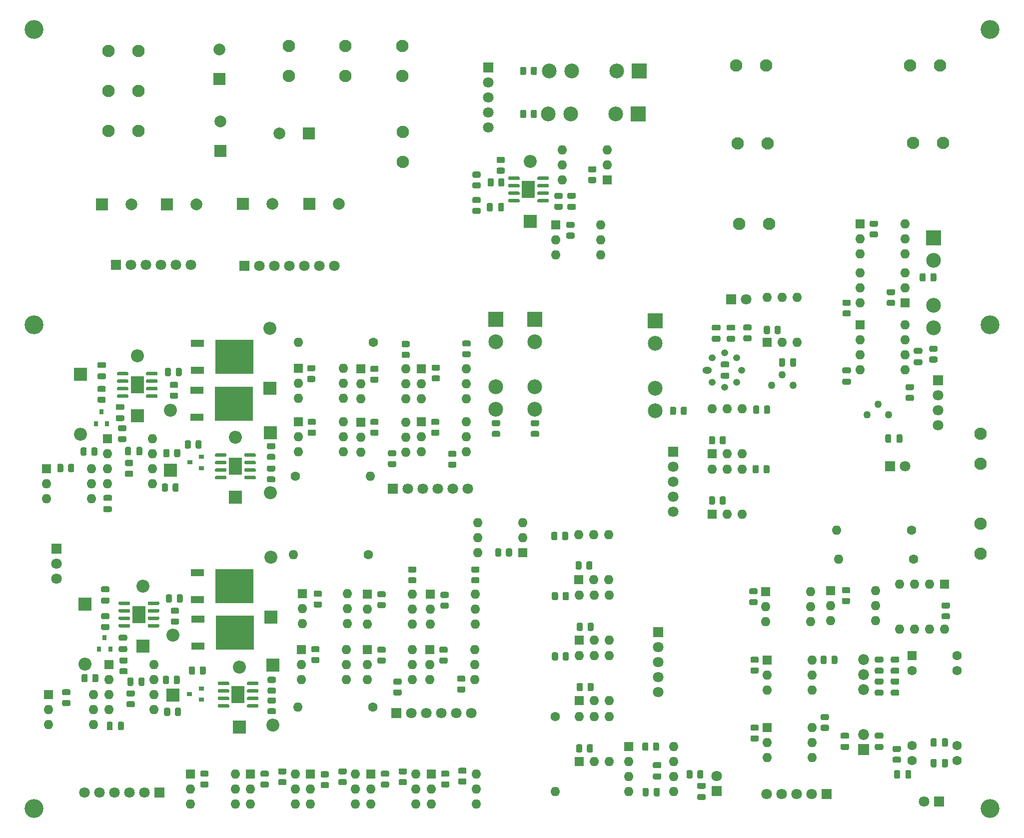
<source format=gbs>
%TF.GenerationSoftware,KiCad,Pcbnew,(5.1.10-1-10_14)*%
%TF.CreationDate,2022-05-12T15:36:39+03:00*%
%TF.ProjectId,Bipolar_transistor_tester_1.0,4269706f-6c61-4725-9f74-72616e736973,rev?*%
%TF.SameCoordinates,Original*%
%TF.FileFunction,Soldermask,Bot*%
%TF.FilePolarity,Negative*%
%FSLAX46Y46*%
G04 Gerber Fmt 4.6, Leading zero omitted, Abs format (unit mm)*
G04 Created by KiCad (PCBNEW (5.1.10-1-10_14)) date 2022-05-12 15:36:39*
%MOMM*%
%LPD*%
G01*
G04 APERTURE LIST*
%ADD10C,2.100000*%
%ADD11O,1.600000X1.600000*%
%ADD12R,1.600000X1.600000*%
%ADD13C,1.800000*%
%ADD14R,1.800000X1.800000*%
%ADD15C,3.200000*%
%ADD16C,2.500000*%
%ADD17R,2.500000X2.500000*%
%ADD18O,1.200000X1.200000*%
%ADD19O,1.600000X1.200000*%
%ADD20C,1.600000*%
%ADD21C,1.260000*%
%ADD22R,6.400000X5.800000*%
%ADD23R,2.200000X1.200000*%
%ADD24R,0.900000X0.800000*%
%ADD25R,0.800000X0.900000*%
%ADD26C,1.850000*%
%ADD27R,1.850000X1.850000*%
%ADD28R,2.290000X3.000000*%
%ADD29O,2.200000X2.200000*%
%ADD30R,2.200000X2.200000*%
%ADD31C,2.000000*%
%ADD32R,2.000000X2.000000*%
G04 APERTURE END LIST*
D10*
%TO.C,J8*%
X127600000Y-53740000D03*
X127600000Y-48660000D03*
%TD*%
%TO.C,C36*%
G36*
G01*
X210525000Y-139450000D02*
X211475000Y-139450000D01*
G75*
G02*
X211725000Y-139700000I0J-250000D01*
G01*
X211725000Y-140200000D01*
G75*
G02*
X211475000Y-140450000I-250000J0D01*
G01*
X210525000Y-140450000D01*
G75*
G02*
X210275000Y-140200000I0J250000D01*
G01*
X210275000Y-139700000D01*
G75*
G02*
X210525000Y-139450000I250000J0D01*
G01*
G37*
G36*
G01*
X210525000Y-137550000D02*
X211475000Y-137550000D01*
G75*
G02*
X211725000Y-137800000I0J-250000D01*
G01*
X211725000Y-138300000D01*
G75*
G02*
X211475000Y-138550000I-250000J0D01*
G01*
X210525000Y-138550000D01*
G75*
G02*
X210275000Y-138300000I0J250000D01*
G01*
X210275000Y-137800000D01*
G75*
G02*
X210525000Y-137550000I250000J0D01*
G01*
G37*
%TD*%
%TO.C,C35*%
G36*
G01*
X211475000Y-142250000D02*
X210525000Y-142250000D01*
G75*
G02*
X210275000Y-142000000I0J250000D01*
G01*
X210275000Y-141500000D01*
G75*
G02*
X210525000Y-141250000I250000J0D01*
G01*
X211475000Y-141250000D01*
G75*
G02*
X211725000Y-141500000I0J-250000D01*
G01*
X211725000Y-142000000D01*
G75*
G02*
X211475000Y-142250000I-250000J0D01*
G01*
G37*
G36*
G01*
X211475000Y-144150000D02*
X210525000Y-144150000D01*
G75*
G02*
X210275000Y-143900000I0J250000D01*
G01*
X210275000Y-143400000D01*
G75*
G02*
X210525000Y-143150000I250000J0D01*
G01*
X211475000Y-143150000D01*
G75*
G02*
X211725000Y-143400000I0J-250000D01*
G01*
X211725000Y-143900000D01*
G75*
G02*
X211475000Y-144150000I-250000J0D01*
G01*
G37*
%TD*%
%TO.C,C34*%
G36*
G01*
X208775000Y-151450000D02*
X207825000Y-151450000D01*
G75*
G02*
X207575000Y-151200000I0J250000D01*
G01*
X207575000Y-150700000D01*
G75*
G02*
X207825000Y-150450000I250000J0D01*
G01*
X208775000Y-150450000D01*
G75*
G02*
X209025000Y-150700000I0J-250000D01*
G01*
X209025000Y-151200000D01*
G75*
G02*
X208775000Y-151450000I-250000J0D01*
G01*
G37*
G36*
G01*
X208775000Y-153350000D02*
X207825000Y-153350000D01*
G75*
G02*
X207575000Y-153100000I0J250000D01*
G01*
X207575000Y-152600000D01*
G75*
G02*
X207825000Y-152350000I250000J0D01*
G01*
X208775000Y-152350000D01*
G75*
G02*
X209025000Y-152600000I0J-250000D01*
G01*
X209025000Y-153100000D01*
G75*
G02*
X208775000Y-153350000I-250000J0D01*
G01*
G37*
%TD*%
%TO.C,C33*%
G36*
G01*
X202975000Y-151450000D02*
X202025000Y-151450000D01*
G75*
G02*
X201775000Y-151200000I0J250000D01*
G01*
X201775000Y-150700000D01*
G75*
G02*
X202025000Y-150450000I250000J0D01*
G01*
X202975000Y-150450000D01*
G75*
G02*
X203225000Y-150700000I0J-250000D01*
G01*
X203225000Y-151200000D01*
G75*
G02*
X202975000Y-151450000I-250000J0D01*
G01*
G37*
G36*
G01*
X202975000Y-153350000D02*
X202025000Y-153350000D01*
G75*
G02*
X201775000Y-153100000I0J250000D01*
G01*
X201775000Y-152600000D01*
G75*
G02*
X202025000Y-152350000I250000J0D01*
G01*
X202975000Y-152350000D01*
G75*
G02*
X203225000Y-152600000I0J-250000D01*
G01*
X203225000Y-153100000D01*
G75*
G02*
X202975000Y-153350000I-250000J0D01*
G01*
G37*
%TD*%
D11*
%TO.C,U43*%
X140280000Y-119900000D03*
X147900000Y-114820000D03*
X140280000Y-117360000D03*
X147900000Y-117360000D03*
X140280000Y-114820000D03*
D12*
X147900000Y-119900000D03*
%TD*%
D13*
%TO.C,J16*%
X173400000Y-112960000D03*
X173400000Y-110420000D03*
X173400000Y-107880000D03*
X173400000Y-105340000D03*
D14*
X173400000Y-102800000D03*
%TD*%
%TO.C,R4*%
G36*
G01*
X70100000Y-105149998D02*
X70100000Y-106050002D01*
G75*
G02*
X69850002Y-106300000I-249998J0D01*
G01*
X69324998Y-106300000D01*
G75*
G02*
X69075000Y-106050002I0J249998D01*
G01*
X69075000Y-105149998D01*
G75*
G02*
X69324998Y-104900000I249998J0D01*
G01*
X69850002Y-104900000D01*
G75*
G02*
X70100000Y-105149998I0J-249998D01*
G01*
G37*
G36*
G01*
X71925000Y-105149998D02*
X71925000Y-106050002D01*
G75*
G02*
X71675002Y-106300000I-249998J0D01*
G01*
X71149998Y-106300000D01*
G75*
G02*
X70900000Y-106050002I0J249998D01*
G01*
X70900000Y-105149998D01*
G75*
G02*
X71149998Y-104900000I249998J0D01*
G01*
X71675002Y-104900000D01*
G75*
G02*
X71925000Y-105149998I0J-249998D01*
G01*
G37*
%TD*%
%TO.C,R73*%
G36*
G01*
X74200000Y-140749998D02*
X74200000Y-141650002D01*
G75*
G02*
X73950002Y-141900000I-249998J0D01*
G01*
X73424998Y-141900000D01*
G75*
G02*
X73175000Y-141650002I0J249998D01*
G01*
X73175000Y-140749998D01*
G75*
G02*
X73424998Y-140500000I249998J0D01*
G01*
X73950002Y-140500000D01*
G75*
G02*
X74200000Y-140749998I0J-249998D01*
G01*
G37*
G36*
G01*
X76025000Y-140749998D02*
X76025000Y-141650002D01*
G75*
G02*
X75775002Y-141900000I-249998J0D01*
G01*
X75249998Y-141900000D01*
G75*
G02*
X75000000Y-141650002I0J249998D01*
G01*
X75000000Y-140749998D01*
G75*
G02*
X75249998Y-140500000I249998J0D01*
G01*
X75775002Y-140500000D01*
G75*
G02*
X76025000Y-140749998I0J-249998D01*
G01*
G37*
%TD*%
D13*
%TO.C,J12*%
X68900000Y-121840000D03*
X68900000Y-124380000D03*
D14*
X68900000Y-119300000D03*
%TD*%
D10*
%TO.C,J11*%
X108300000Y-39140000D03*
X108300000Y-34060000D03*
%TD*%
%TO.C,J10*%
X117900000Y-39180000D03*
X117900000Y-34100000D03*
%TD*%
D11*
%TO.C,U33*%
X161120000Y-64400000D03*
X153500000Y-69480000D03*
X161120000Y-66940000D03*
X153500000Y-66940000D03*
X161120000Y-69480000D03*
D12*
X153500000Y-64400000D03*
%TD*%
D10*
%TO.C,J29*%
X189640000Y-64200000D03*
X184560000Y-64200000D03*
%TD*%
%TO.C,J28*%
X219140000Y-50500000D03*
X214060000Y-50500000D03*
%TD*%
%TO.C,J27*%
X189440000Y-50600000D03*
X184360000Y-50600000D03*
%TD*%
%TO.C,J26*%
X218640000Y-37400000D03*
X213560000Y-37400000D03*
%TD*%
%TO.C,J25*%
X189140000Y-37400000D03*
X184060000Y-37400000D03*
%TD*%
%TO.C,J4*%
X225500000Y-120100000D03*
X225500000Y-115020000D03*
%TD*%
%TO.C,J9*%
X127500000Y-39140000D03*
X127500000Y-34060000D03*
%TD*%
%TO.C,J7*%
X77760000Y-34900000D03*
X82840000Y-34900000D03*
%TD*%
%TO.C,J6*%
X77760000Y-41700000D03*
X82840000Y-41700000D03*
%TD*%
%TO.C,J5*%
X77760000Y-48500000D03*
X82840000Y-48500000D03*
%TD*%
%TO.C,J3*%
X225500000Y-104840000D03*
X225500000Y-99760000D03*
%TD*%
D15*
%TO.C,H6*%
X227100000Y-163300000D03*
%TD*%
%TO.C,H5*%
X65100000Y-163300000D03*
%TD*%
%TO.C,H4*%
X227100000Y-81300000D03*
%TD*%
%TO.C,H3*%
X227100000Y-31300000D03*
%TD*%
%TO.C,H2*%
X65100000Y-81300000D03*
%TD*%
%TO.C,H1*%
X65100000Y-31300000D03*
%TD*%
D11*
%TO.C,U48*%
X173520000Y-152800000D03*
X165900000Y-160420000D03*
X173520000Y-155340000D03*
X165900000Y-157880000D03*
X173520000Y-157880000D03*
X165900000Y-155340000D03*
X173520000Y-160420000D03*
D12*
X165900000Y-152800000D03*
%TD*%
D11*
%TO.C,U47*%
X157535000Y-147700000D03*
X162615000Y-155320000D03*
X160075000Y-147700000D03*
X160075000Y-155320000D03*
X162615000Y-147700000D03*
D12*
X157535000Y-155320000D03*
%TD*%
D11*
%TO.C,U46*%
X157535000Y-137400000D03*
X162615000Y-145020000D03*
X160075000Y-137400000D03*
X160075000Y-145020000D03*
X162615000Y-137400000D03*
D12*
X157535000Y-145020000D03*
%TD*%
D11*
%TO.C,U45*%
X157535000Y-127150000D03*
X162615000Y-134770000D03*
X160075000Y-127150000D03*
X160075000Y-134770000D03*
X162615000Y-127150000D03*
D12*
X157535000Y-134770000D03*
%TD*%
D11*
%TO.C,U44*%
X157435000Y-116850000D03*
X162515000Y-124470000D03*
X159975000Y-116850000D03*
X159975000Y-124470000D03*
X162515000Y-116850000D03*
D12*
X157435000Y-124470000D03*
%TD*%
D11*
%TO.C,U42*%
X139820000Y-136400000D03*
X132200000Y-141480000D03*
X139820000Y-138940000D03*
X132200000Y-138940000D03*
X139820000Y-141480000D03*
D12*
X132200000Y-136400000D03*
%TD*%
D11*
%TO.C,U41*%
X139920000Y-127000000D03*
X132300000Y-132080000D03*
X139920000Y-129540000D03*
X132300000Y-129540000D03*
X139920000Y-132080000D03*
D12*
X132300000Y-127000000D03*
%TD*%
D11*
%TO.C,U40*%
X129220000Y-136400000D03*
X121600000Y-141480000D03*
X129220000Y-138940000D03*
X121600000Y-138940000D03*
X129220000Y-141480000D03*
D12*
X121600000Y-136400000D03*
%TD*%
D11*
%TO.C,U39*%
X129220000Y-127000000D03*
X121600000Y-132080000D03*
X129220000Y-129540000D03*
X121600000Y-129540000D03*
X129220000Y-132080000D03*
D12*
X121600000Y-127000000D03*
%TD*%
D11*
%TO.C,U38*%
X118020000Y-136400000D03*
X110400000Y-141480000D03*
X118020000Y-138940000D03*
X110400000Y-138940000D03*
X118020000Y-141480000D03*
D12*
X110400000Y-136400000D03*
%TD*%
D11*
%TO.C,U37*%
X118220000Y-126900000D03*
X110600000Y-131980000D03*
X118220000Y-129440000D03*
X110600000Y-129440000D03*
X118220000Y-131980000D03*
D12*
X110600000Y-126900000D03*
%TD*%
D11*
%TO.C,U36*%
X75220000Y-144000000D03*
X67600000Y-149080000D03*
X75220000Y-146540000D03*
X67600000Y-146540000D03*
X75220000Y-149080000D03*
D12*
X67600000Y-144000000D03*
%TD*%
D11*
%TO.C,U35*%
X85420000Y-138900000D03*
X77800000Y-146520000D03*
X85420000Y-141440000D03*
X77800000Y-143980000D03*
X85420000Y-143980000D03*
X77800000Y-141440000D03*
X85420000Y-146520000D03*
D12*
X77800000Y-138900000D03*
%TD*%
D16*
%TO.C,U34*%
X152280000Y-45600000D03*
X156090000Y-45600000D03*
X163710000Y-45600000D03*
D17*
X167520000Y-45600000D03*
%TD*%
D11*
%TO.C,U32*%
X154580000Y-56800000D03*
X162200000Y-51720000D03*
X154580000Y-54260000D03*
X162200000Y-54260000D03*
X154580000Y-51720000D03*
D12*
X162200000Y-56800000D03*
%TD*%
D16*
%TO.C,U31*%
X152380000Y-38300000D03*
X156190000Y-38300000D03*
X163810000Y-38300000D03*
D17*
X167620000Y-38300000D03*
%TD*%
D11*
%TO.C,U30*%
X140020000Y-157435000D03*
X132400000Y-162515000D03*
X140020000Y-159975000D03*
X132400000Y-159975000D03*
X140020000Y-162515000D03*
D12*
X132400000Y-157435000D03*
%TD*%
D11*
%TO.C,U29*%
X129820000Y-157435000D03*
X122200000Y-162515000D03*
X129820000Y-159975000D03*
X122200000Y-159975000D03*
X129820000Y-162515000D03*
D12*
X122200000Y-157435000D03*
%TD*%
D11*
%TO.C,U28*%
X119570000Y-157435000D03*
X111950000Y-162515000D03*
X119570000Y-159975000D03*
X111950000Y-159975000D03*
X119570000Y-162515000D03*
D12*
X111950000Y-157435000D03*
%TD*%
D11*
%TO.C,U27*%
X109370000Y-157435000D03*
X101750000Y-162515000D03*
X109370000Y-159975000D03*
X101750000Y-159975000D03*
X109370000Y-162515000D03*
D12*
X101750000Y-157435000D03*
%TD*%
D11*
%TO.C,U26*%
X99220000Y-157435000D03*
X91600000Y-162515000D03*
X99220000Y-159975000D03*
X91600000Y-159975000D03*
X99220000Y-162515000D03*
D12*
X91600000Y-157435000D03*
%TD*%
D11*
%TO.C,U25*%
X212720000Y-81300000D03*
X205100000Y-88920000D03*
X212720000Y-83840000D03*
X205100000Y-86380000D03*
X212720000Y-86380000D03*
X205100000Y-83840000D03*
X212720000Y-88920000D03*
D12*
X205100000Y-81300000D03*
%TD*%
D11*
%TO.C,U24*%
X205080000Y-77600000D03*
X212700000Y-72520000D03*
X205080000Y-75060000D03*
X212700000Y-75060000D03*
X205080000Y-72520000D03*
D12*
X212700000Y-77600000D03*
%TD*%
D11*
%TO.C,U23*%
X212720000Y-64200000D03*
X205100000Y-69280000D03*
X212720000Y-66740000D03*
X205100000Y-66740000D03*
X212720000Y-69280000D03*
D12*
X205100000Y-64200000D03*
%TD*%
D16*
%TO.C,U22*%
X217500000Y-81820000D03*
X217500000Y-78010000D03*
X217500000Y-70390000D03*
D17*
X217500000Y-66580000D03*
%TD*%
D18*
%TO.C,U21*%
X180055248Y-86935248D03*
X182120000Y-86080000D03*
X184184752Y-86935248D03*
X185040000Y-89000000D03*
X184184752Y-91064752D03*
X182120000Y-91920000D03*
X180055248Y-91064752D03*
D19*
X179200000Y-89000000D03*
%TD*%
D11*
%TO.C,U20*%
X180000000Y-95580000D03*
X185080000Y-103200000D03*
X182540000Y-95580000D03*
X182540000Y-103200000D03*
X185080000Y-95580000D03*
D12*
X180000000Y-103200000D03*
%TD*%
D11*
%TO.C,U19*%
X180000000Y-105780000D03*
X185080000Y-113400000D03*
X182540000Y-105780000D03*
X182540000Y-113400000D03*
X185080000Y-105780000D03*
D12*
X180000000Y-113400000D03*
%TD*%
D20*
%TO.C,U18*%
X221520000Y-137400000D03*
X213900000Y-155180000D03*
X221520000Y-139940000D03*
X213900000Y-152640000D03*
X221520000Y-152640000D03*
X213900000Y-139940000D03*
X221520000Y-155180000D03*
D12*
X213900000Y-137400000D03*
%TD*%
D11*
%TO.C,U17*%
X219400000Y-132920000D03*
X211780000Y-125300000D03*
X216860000Y-132920000D03*
X214320000Y-125300000D03*
X214320000Y-132920000D03*
X216860000Y-125300000D03*
X211780000Y-132920000D03*
D12*
X219400000Y-125300000D03*
%TD*%
D11*
%TO.C,U16*%
X196920000Y-149600000D03*
X189300000Y-154680000D03*
X196920000Y-152140000D03*
X189300000Y-152140000D03*
X196920000Y-154680000D03*
D12*
X189300000Y-149600000D03*
%TD*%
D11*
%TO.C,U15*%
X196920000Y-138100000D03*
X189300000Y-143180000D03*
X196920000Y-140640000D03*
X189300000Y-140640000D03*
X196920000Y-143180000D03*
D12*
X189300000Y-138100000D03*
%TD*%
D11*
%TO.C,U14*%
X196720000Y-126500000D03*
X189100000Y-131580000D03*
X196720000Y-129040000D03*
X189100000Y-129040000D03*
X196720000Y-131580000D03*
D12*
X189100000Y-126500000D03*
%TD*%
D11*
%TO.C,U13*%
X207720000Y-126400000D03*
X200100000Y-131480000D03*
X207720000Y-128940000D03*
X200100000Y-128940000D03*
X207720000Y-131480000D03*
D12*
X200100000Y-126400000D03*
%TD*%
D16*
%TO.C,U12*%
X143400000Y-95620000D03*
X143400000Y-91810000D03*
X143400000Y-84190000D03*
D17*
X143400000Y-80380000D03*
%TD*%
D16*
%TO.C,U11*%
X150000000Y-95620000D03*
X150000000Y-91810000D03*
X150000000Y-84190000D03*
D17*
X150000000Y-80380000D03*
%TD*%
D11*
%TO.C,U10*%
X138395000Y-97775000D03*
X130775000Y-102855000D03*
X138395000Y-100315000D03*
X130775000Y-100315000D03*
X138395000Y-102855000D03*
D12*
X130775000Y-97775000D03*
%TD*%
D11*
%TO.C,U9*%
X138370000Y-88775000D03*
X130750000Y-93855000D03*
X138370000Y-91315000D03*
X130750000Y-91315000D03*
X138370000Y-93855000D03*
D12*
X130750000Y-88775000D03*
%TD*%
D11*
%TO.C,U8*%
X128120000Y-97800000D03*
X120500000Y-102880000D03*
X128120000Y-100340000D03*
X120500000Y-100340000D03*
X128120000Y-102880000D03*
D12*
X120500000Y-97800000D03*
%TD*%
D11*
%TO.C,U7*%
X128095000Y-88775000D03*
X120475000Y-93855000D03*
X128095000Y-91315000D03*
X120475000Y-91315000D03*
X128095000Y-93855000D03*
D12*
X120475000Y-88775000D03*
%TD*%
D11*
%TO.C,U6*%
X117520000Y-97750000D03*
X109900000Y-102830000D03*
X117520000Y-100290000D03*
X109900000Y-100290000D03*
X117520000Y-102830000D03*
D12*
X109900000Y-97750000D03*
%TD*%
D11*
%TO.C,U5*%
X117520000Y-88700000D03*
X109900000Y-93780000D03*
X117520000Y-91240000D03*
X109900000Y-91240000D03*
X117520000Y-93780000D03*
D12*
X109900000Y-88700000D03*
%TD*%
D11*
%TO.C,U4*%
X74895000Y-105750000D03*
X67275000Y-110830000D03*
X74895000Y-108290000D03*
X67275000Y-108290000D03*
X74895000Y-110830000D03*
D12*
X67275000Y-105750000D03*
%TD*%
D11*
%TO.C,U3*%
X85195000Y-100650000D03*
X77575000Y-108270000D03*
X85195000Y-103190000D03*
X77575000Y-105730000D03*
X85195000Y-105730000D03*
X77575000Y-103190000D03*
X85195000Y-108270000D03*
D12*
X77575000Y-100650000D03*
%TD*%
D11*
%TO.C,U2*%
X189300000Y-76680000D03*
X194380000Y-84300000D03*
X191840000Y-76680000D03*
X191840000Y-84300000D03*
X194380000Y-76680000D03*
D12*
X189300000Y-84300000D03*
%TD*%
D16*
%TO.C,U1*%
X170400000Y-95920000D03*
X170400000Y-92110000D03*
X170400000Y-84490000D03*
D17*
X170400000Y-80680000D03*
%TD*%
D21*
%TO.C,RV2*%
X209900000Y-96600000D03*
X208103949Y-94803949D03*
X206307898Y-96600000D03*
%TD*%
%TO.C,RV1*%
X193700000Y-91600000D03*
X191903949Y-89803949D03*
X190107898Y-91600000D03*
%TD*%
%TO.C,R102*%
G36*
G01*
X177500000Y-157950002D02*
X177500000Y-157049998D01*
G75*
G02*
X177749998Y-156800000I249998J0D01*
G01*
X178275002Y-156800000D01*
G75*
G02*
X178525000Y-157049998I0J-249998D01*
G01*
X178525000Y-157950002D01*
G75*
G02*
X178275002Y-158200000I-249998J0D01*
G01*
X177749998Y-158200000D01*
G75*
G02*
X177500000Y-157950002I0J249998D01*
G01*
G37*
G36*
G01*
X175675000Y-157950002D02*
X175675000Y-157049998D01*
G75*
G02*
X175924998Y-156800000I249998J0D01*
G01*
X176450002Y-156800000D01*
G75*
G02*
X176700000Y-157049998I0J-249998D01*
G01*
X176700000Y-157950002D01*
G75*
G02*
X176450002Y-158200000I-249998J0D01*
G01*
X175924998Y-158200000D01*
G75*
G02*
X175675000Y-157950002I0J249998D01*
G01*
G37*
%TD*%
%TO.C,R101*%
G36*
G01*
X169212500Y-152349998D02*
X169212500Y-153250002D01*
G75*
G02*
X168962502Y-153500000I-249998J0D01*
G01*
X168437498Y-153500000D01*
G75*
G02*
X168187500Y-153250002I0J249998D01*
G01*
X168187500Y-152349998D01*
G75*
G02*
X168437498Y-152100000I249998J0D01*
G01*
X168962502Y-152100000D01*
G75*
G02*
X169212500Y-152349998I0J-249998D01*
G01*
G37*
G36*
G01*
X171037500Y-152349998D02*
X171037500Y-153250002D01*
G75*
G02*
X170787502Y-153500000I-249998J0D01*
G01*
X170262498Y-153500000D01*
G75*
G02*
X170012500Y-153250002I0J249998D01*
G01*
X170012500Y-152349998D01*
G75*
G02*
X170262498Y-152100000I249998J0D01*
G01*
X170787502Y-152100000D01*
G75*
G02*
X171037500Y-152349998I0J-249998D01*
G01*
G37*
%TD*%
%TO.C,R100*%
G36*
G01*
X158000000Y-152649998D02*
X158000000Y-153550002D01*
G75*
G02*
X157750002Y-153800000I-249998J0D01*
G01*
X157224998Y-153800000D01*
G75*
G02*
X156975000Y-153550002I0J249998D01*
G01*
X156975000Y-152649998D01*
G75*
G02*
X157224998Y-152400000I249998J0D01*
G01*
X157750002Y-152400000D01*
G75*
G02*
X158000000Y-152649998I0J-249998D01*
G01*
G37*
G36*
G01*
X159825000Y-152649998D02*
X159825000Y-153550002D01*
G75*
G02*
X159575002Y-153800000I-249998J0D01*
G01*
X159049998Y-153800000D01*
G75*
G02*
X158800000Y-153550002I0J249998D01*
G01*
X158800000Y-152649998D01*
G75*
G02*
X159049998Y-152400000I249998J0D01*
G01*
X159575002Y-152400000D01*
G75*
G02*
X159825000Y-152649998I0J-249998D01*
G01*
G37*
%TD*%
D11*
%TO.C,R99*%
X153400000Y-160400000D03*
D20*
X153400000Y-147700000D03*
%TD*%
%TO.C,R98*%
G36*
G01*
X158100000Y-142249998D02*
X158100000Y-143150002D01*
G75*
G02*
X157850002Y-143400000I-249998J0D01*
G01*
X157324998Y-143400000D01*
G75*
G02*
X157075000Y-143150002I0J249998D01*
G01*
X157075000Y-142249998D01*
G75*
G02*
X157324998Y-142000000I249998J0D01*
G01*
X157850002Y-142000000D01*
G75*
G02*
X158100000Y-142249998I0J-249998D01*
G01*
G37*
G36*
G01*
X159925000Y-142249998D02*
X159925000Y-143150002D01*
G75*
G02*
X159675002Y-143400000I-249998J0D01*
G01*
X159149998Y-143400000D01*
G75*
G02*
X158900000Y-143150002I0J249998D01*
G01*
X158900000Y-142249998D01*
G75*
G02*
X159149998Y-142000000I249998J0D01*
G01*
X159675002Y-142000000D01*
G75*
G02*
X159925000Y-142249998I0J-249998D01*
G01*
G37*
%TD*%
%TO.C,R97*%
G36*
G01*
X153900000Y-137049998D02*
X153900000Y-137950002D01*
G75*
G02*
X153650002Y-138200000I-249998J0D01*
G01*
X153124998Y-138200000D01*
G75*
G02*
X152875000Y-137950002I0J249998D01*
G01*
X152875000Y-137049998D01*
G75*
G02*
X153124998Y-136800000I249998J0D01*
G01*
X153650002Y-136800000D01*
G75*
G02*
X153900000Y-137049998I0J-249998D01*
G01*
G37*
G36*
G01*
X155725000Y-137049998D02*
X155725000Y-137950002D01*
G75*
G02*
X155475002Y-138200000I-249998J0D01*
G01*
X154949998Y-138200000D01*
G75*
G02*
X154700000Y-137950002I0J249998D01*
G01*
X154700000Y-137049998D01*
G75*
G02*
X154949998Y-136800000I249998J0D01*
G01*
X155475002Y-136800000D01*
G75*
G02*
X155725000Y-137049998I0J-249998D01*
G01*
G37*
%TD*%
%TO.C,R96*%
G36*
G01*
X158100000Y-132049998D02*
X158100000Y-132950002D01*
G75*
G02*
X157850002Y-133200000I-249998J0D01*
G01*
X157324998Y-133200000D01*
G75*
G02*
X157075000Y-132950002I0J249998D01*
G01*
X157075000Y-132049998D01*
G75*
G02*
X157324998Y-131800000I249998J0D01*
G01*
X157850002Y-131800000D01*
G75*
G02*
X158100000Y-132049998I0J-249998D01*
G01*
G37*
G36*
G01*
X159925000Y-132049998D02*
X159925000Y-132950002D01*
G75*
G02*
X159675002Y-133200000I-249998J0D01*
G01*
X159149998Y-133200000D01*
G75*
G02*
X158900000Y-132950002I0J249998D01*
G01*
X158900000Y-132049998D01*
G75*
G02*
X159149998Y-131800000I249998J0D01*
G01*
X159675002Y-131800000D01*
G75*
G02*
X159925000Y-132049998I0J-249998D01*
G01*
G37*
%TD*%
%TO.C,R95*%
G36*
G01*
X153900000Y-126849998D02*
X153900000Y-127750002D01*
G75*
G02*
X153650002Y-128000000I-249998J0D01*
G01*
X153124998Y-128000000D01*
G75*
G02*
X152875000Y-127750002I0J249998D01*
G01*
X152875000Y-126849998D01*
G75*
G02*
X153124998Y-126600000I249998J0D01*
G01*
X153650002Y-126600000D01*
G75*
G02*
X153900000Y-126849998I0J-249998D01*
G01*
G37*
G36*
G01*
X155725000Y-126849998D02*
X155725000Y-127750002D01*
G75*
G02*
X155475002Y-128000000I-249998J0D01*
G01*
X154949998Y-128000000D01*
G75*
G02*
X154700000Y-127750002I0J249998D01*
G01*
X154700000Y-126849998D01*
G75*
G02*
X154949998Y-126600000I249998J0D01*
G01*
X155475002Y-126600000D01*
G75*
G02*
X155725000Y-126849998I0J-249998D01*
G01*
G37*
%TD*%
%TO.C,R94*%
G36*
G01*
X157900000Y-121649998D02*
X157900000Y-122550002D01*
G75*
G02*
X157650002Y-122800000I-249998J0D01*
G01*
X157124998Y-122800000D01*
G75*
G02*
X156875000Y-122550002I0J249998D01*
G01*
X156875000Y-121649998D01*
G75*
G02*
X157124998Y-121400000I249998J0D01*
G01*
X157650002Y-121400000D01*
G75*
G02*
X157900000Y-121649998I0J-249998D01*
G01*
G37*
G36*
G01*
X159725000Y-121649998D02*
X159725000Y-122550002D01*
G75*
G02*
X159475002Y-122800000I-249998J0D01*
G01*
X158949998Y-122800000D01*
G75*
G02*
X158700000Y-122550002I0J249998D01*
G01*
X158700000Y-121649998D01*
G75*
G02*
X158949998Y-121400000I249998J0D01*
G01*
X159475002Y-121400000D01*
G75*
G02*
X159725000Y-121649998I0J-249998D01*
G01*
G37*
%TD*%
%TO.C,R93*%
G36*
G01*
X153800000Y-116649998D02*
X153800000Y-117550002D01*
G75*
G02*
X153550002Y-117800000I-249998J0D01*
G01*
X153024998Y-117800000D01*
G75*
G02*
X152775000Y-117550002I0J249998D01*
G01*
X152775000Y-116649998D01*
G75*
G02*
X153024998Y-116400000I249998J0D01*
G01*
X153550002Y-116400000D01*
G75*
G02*
X153800000Y-116649998I0J-249998D01*
G01*
G37*
G36*
G01*
X155625000Y-116649998D02*
X155625000Y-117550002D01*
G75*
G02*
X155375002Y-117800000I-249998J0D01*
G01*
X154849998Y-117800000D01*
G75*
G02*
X154600000Y-117550002I0J249998D01*
G01*
X154600000Y-116649998D01*
G75*
G02*
X154849998Y-116400000I249998J0D01*
G01*
X155375002Y-116400000D01*
G75*
G02*
X155625000Y-116649998I0J-249998D01*
G01*
G37*
%TD*%
%TO.C,R92*%
G36*
G01*
X145087500Y-120350002D02*
X145087500Y-119449998D01*
G75*
G02*
X145337498Y-119200000I249998J0D01*
G01*
X145862502Y-119200000D01*
G75*
G02*
X146112500Y-119449998I0J-249998D01*
G01*
X146112500Y-120350002D01*
G75*
G02*
X145862502Y-120600000I-249998J0D01*
G01*
X145337498Y-120600000D01*
G75*
G02*
X145087500Y-120350002I0J249998D01*
G01*
G37*
G36*
G01*
X143262500Y-120350002D02*
X143262500Y-119449998D01*
G75*
G02*
X143512498Y-119200000I249998J0D01*
G01*
X144037502Y-119200000D01*
G75*
G02*
X144287500Y-119449998I0J-249998D01*
G01*
X144287500Y-120350002D01*
G75*
G02*
X144037502Y-120600000I-249998J0D01*
G01*
X143512498Y-120600000D01*
G75*
G02*
X143262500Y-120350002I0J249998D01*
G01*
G37*
%TD*%
%TO.C,R91*%
G36*
G01*
X134950002Y-136900000D02*
X134049998Y-136900000D01*
G75*
G02*
X133800000Y-136650002I0J249998D01*
G01*
X133800000Y-136124998D01*
G75*
G02*
X134049998Y-135875000I249998J0D01*
G01*
X134950002Y-135875000D01*
G75*
G02*
X135200000Y-136124998I0J-249998D01*
G01*
X135200000Y-136650002D01*
G75*
G02*
X134950002Y-136900000I-249998J0D01*
G01*
G37*
G36*
G01*
X134950002Y-138725000D02*
X134049998Y-138725000D01*
G75*
G02*
X133800000Y-138475002I0J249998D01*
G01*
X133800000Y-137949998D01*
G75*
G02*
X134049998Y-137700000I249998J0D01*
G01*
X134950002Y-137700000D01*
G75*
G02*
X135200000Y-137949998I0J-249998D01*
G01*
X135200000Y-138475002D01*
G75*
G02*
X134950002Y-138725000I-249998J0D01*
G01*
G37*
%TD*%
%TO.C,R90*%
G36*
G01*
X135150002Y-127600000D02*
X134249998Y-127600000D01*
G75*
G02*
X134000000Y-127350002I0J249998D01*
G01*
X134000000Y-126824998D01*
G75*
G02*
X134249998Y-126575000I249998J0D01*
G01*
X135150002Y-126575000D01*
G75*
G02*
X135400000Y-126824998I0J-249998D01*
G01*
X135400000Y-127350002D01*
G75*
G02*
X135150002Y-127600000I-249998J0D01*
G01*
G37*
G36*
G01*
X135150002Y-129425000D02*
X134249998Y-129425000D01*
G75*
G02*
X134000000Y-129175002I0J249998D01*
G01*
X134000000Y-128649998D01*
G75*
G02*
X134249998Y-128400000I249998J0D01*
G01*
X135150002Y-128400000D01*
G75*
G02*
X135400000Y-128649998I0J-249998D01*
G01*
X135400000Y-129175002D01*
G75*
G02*
X135150002Y-129425000I-249998J0D01*
G01*
G37*
%TD*%
%TO.C,R89*%
G36*
G01*
X137049998Y-142600000D02*
X137950002Y-142600000D01*
G75*
G02*
X138200000Y-142849998I0J-249998D01*
G01*
X138200000Y-143375002D01*
G75*
G02*
X137950002Y-143625000I-249998J0D01*
G01*
X137049998Y-143625000D01*
G75*
G02*
X136800000Y-143375002I0J249998D01*
G01*
X136800000Y-142849998D01*
G75*
G02*
X137049998Y-142600000I249998J0D01*
G01*
G37*
G36*
G01*
X137049998Y-140775000D02*
X137950002Y-140775000D01*
G75*
G02*
X138200000Y-141024998I0J-249998D01*
G01*
X138200000Y-141550002D01*
G75*
G02*
X137950002Y-141800000I-249998J0D01*
G01*
X137049998Y-141800000D01*
G75*
G02*
X136800000Y-141550002I0J249998D01*
G01*
X136800000Y-141024998D01*
G75*
G02*
X137049998Y-140775000I249998J0D01*
G01*
G37*
%TD*%
%TO.C,R88*%
G36*
G01*
X140350002Y-123300000D02*
X139449998Y-123300000D01*
G75*
G02*
X139200000Y-123050002I0J249998D01*
G01*
X139200000Y-122524998D01*
G75*
G02*
X139449998Y-122275000I249998J0D01*
G01*
X140350002Y-122275000D01*
G75*
G02*
X140600000Y-122524998I0J-249998D01*
G01*
X140600000Y-123050002D01*
G75*
G02*
X140350002Y-123300000I-249998J0D01*
G01*
G37*
G36*
G01*
X140350002Y-125125000D02*
X139449998Y-125125000D01*
G75*
G02*
X139200000Y-124875002I0J249998D01*
G01*
X139200000Y-124349998D01*
G75*
G02*
X139449998Y-124100000I249998J0D01*
G01*
X140350002Y-124100000D01*
G75*
G02*
X140600000Y-124349998I0J-249998D01*
G01*
X140600000Y-124875002D01*
G75*
G02*
X140350002Y-125125000I-249998J0D01*
G01*
G37*
%TD*%
%TO.C,R87*%
G36*
G01*
X124450002Y-136900000D02*
X123549998Y-136900000D01*
G75*
G02*
X123300000Y-136650002I0J249998D01*
G01*
X123300000Y-136124998D01*
G75*
G02*
X123549998Y-135875000I249998J0D01*
G01*
X124450002Y-135875000D01*
G75*
G02*
X124700000Y-136124998I0J-249998D01*
G01*
X124700000Y-136650002D01*
G75*
G02*
X124450002Y-136900000I-249998J0D01*
G01*
G37*
G36*
G01*
X124450002Y-138725000D02*
X123549998Y-138725000D01*
G75*
G02*
X123300000Y-138475002I0J249998D01*
G01*
X123300000Y-137949998D01*
G75*
G02*
X123549998Y-137700000I249998J0D01*
G01*
X124450002Y-137700000D01*
G75*
G02*
X124700000Y-137949998I0J-249998D01*
G01*
X124700000Y-138475002D01*
G75*
G02*
X124450002Y-138725000I-249998J0D01*
G01*
G37*
%TD*%
%TO.C,R86*%
G36*
G01*
X124450002Y-127500000D02*
X123549998Y-127500000D01*
G75*
G02*
X123300000Y-127250002I0J249998D01*
G01*
X123300000Y-126724998D01*
G75*
G02*
X123549998Y-126475000I249998J0D01*
G01*
X124450002Y-126475000D01*
G75*
G02*
X124700000Y-126724998I0J-249998D01*
G01*
X124700000Y-127250002D01*
G75*
G02*
X124450002Y-127500000I-249998J0D01*
G01*
G37*
G36*
G01*
X124450002Y-129325000D02*
X123549998Y-129325000D01*
G75*
G02*
X123300000Y-129075002I0J249998D01*
G01*
X123300000Y-128549998D01*
G75*
G02*
X123549998Y-128300000I249998J0D01*
G01*
X124450002Y-128300000D01*
G75*
G02*
X124700000Y-128549998I0J-249998D01*
G01*
X124700000Y-129075002D01*
G75*
G02*
X124450002Y-129325000I-249998J0D01*
G01*
G37*
%TD*%
%TO.C,R85*%
G36*
G01*
X126249998Y-143100000D02*
X127150002Y-143100000D01*
G75*
G02*
X127400000Y-143349998I0J-249998D01*
G01*
X127400000Y-143875002D01*
G75*
G02*
X127150002Y-144125000I-249998J0D01*
G01*
X126249998Y-144125000D01*
G75*
G02*
X126000000Y-143875002I0J249998D01*
G01*
X126000000Y-143349998D01*
G75*
G02*
X126249998Y-143100000I249998J0D01*
G01*
G37*
G36*
G01*
X126249998Y-141275000D02*
X127150002Y-141275000D01*
G75*
G02*
X127400000Y-141524998I0J-249998D01*
G01*
X127400000Y-142050002D01*
G75*
G02*
X127150002Y-142300000I-249998J0D01*
G01*
X126249998Y-142300000D01*
G75*
G02*
X126000000Y-142050002I0J249998D01*
G01*
X126000000Y-141524998D01*
G75*
G02*
X126249998Y-141275000I249998J0D01*
G01*
G37*
%TD*%
%TO.C,R84*%
G36*
G01*
X129650002Y-123300000D02*
X128749998Y-123300000D01*
G75*
G02*
X128500000Y-123050002I0J249998D01*
G01*
X128500000Y-122524998D01*
G75*
G02*
X128749998Y-122275000I249998J0D01*
G01*
X129650002Y-122275000D01*
G75*
G02*
X129900000Y-122524998I0J-249998D01*
G01*
X129900000Y-123050002D01*
G75*
G02*
X129650002Y-123300000I-249998J0D01*
G01*
G37*
G36*
G01*
X129650002Y-125125000D02*
X128749998Y-125125000D01*
G75*
G02*
X128500000Y-124875002I0J249998D01*
G01*
X128500000Y-124349998D01*
G75*
G02*
X128749998Y-124100000I249998J0D01*
G01*
X129650002Y-124100000D01*
G75*
G02*
X129900000Y-124349998I0J-249998D01*
G01*
X129900000Y-124875002D01*
G75*
G02*
X129650002Y-125125000I-249998J0D01*
G01*
G37*
%TD*%
%TO.C,R83*%
G36*
G01*
X104949998Y-142800000D02*
X105850002Y-142800000D01*
G75*
G02*
X106100000Y-143049998I0J-249998D01*
G01*
X106100000Y-143575002D01*
G75*
G02*
X105850002Y-143825000I-249998J0D01*
G01*
X104949998Y-143825000D01*
G75*
G02*
X104700000Y-143575002I0J249998D01*
G01*
X104700000Y-143049998D01*
G75*
G02*
X104949998Y-142800000I249998J0D01*
G01*
G37*
G36*
G01*
X104949998Y-140975000D02*
X105850002Y-140975000D01*
G75*
G02*
X106100000Y-141224998I0J-249998D01*
G01*
X106100000Y-141750002D01*
G75*
G02*
X105850002Y-142000000I-249998J0D01*
G01*
X104949998Y-142000000D01*
G75*
G02*
X104700000Y-141750002I0J249998D01*
G01*
X104700000Y-141224998D01*
G75*
G02*
X104949998Y-140975000I249998J0D01*
G01*
G37*
%TD*%
%TO.C,R82*%
G36*
G01*
X88500000Y-127249998D02*
X88500000Y-128150002D01*
G75*
G02*
X88250002Y-128400000I-249998J0D01*
G01*
X87724998Y-128400000D01*
G75*
G02*
X87475000Y-128150002I0J249998D01*
G01*
X87475000Y-127249998D01*
G75*
G02*
X87724998Y-127000000I249998J0D01*
G01*
X88250002Y-127000000D01*
G75*
G02*
X88500000Y-127249998I0J-249998D01*
G01*
G37*
G36*
G01*
X90325000Y-127249998D02*
X90325000Y-128150002D01*
G75*
G02*
X90075002Y-128400000I-249998J0D01*
G01*
X89549998Y-128400000D01*
G75*
G02*
X89300000Y-128150002I0J249998D01*
G01*
X89300000Y-127249998D01*
G75*
G02*
X89549998Y-127000000I249998J0D01*
G01*
X90075002Y-127000000D01*
G75*
G02*
X90325000Y-127249998I0J-249998D01*
G01*
G37*
%TD*%
%TO.C,R81*%
G36*
G01*
X113250002Y-136800000D02*
X112349998Y-136800000D01*
G75*
G02*
X112100000Y-136550002I0J249998D01*
G01*
X112100000Y-136024998D01*
G75*
G02*
X112349998Y-135775000I249998J0D01*
G01*
X113250002Y-135775000D01*
G75*
G02*
X113500000Y-136024998I0J-249998D01*
G01*
X113500000Y-136550002D01*
G75*
G02*
X113250002Y-136800000I-249998J0D01*
G01*
G37*
G36*
G01*
X113250002Y-138625000D02*
X112349998Y-138625000D01*
G75*
G02*
X112100000Y-138375002I0J249998D01*
G01*
X112100000Y-137849998D01*
G75*
G02*
X112349998Y-137600000I249998J0D01*
G01*
X113250002Y-137600000D01*
G75*
G02*
X113500000Y-137849998I0J-249998D01*
G01*
X113500000Y-138375002D01*
G75*
G02*
X113250002Y-138625000I-249998J0D01*
G01*
G37*
%TD*%
%TO.C,R80*%
G36*
G01*
X113650002Y-127400000D02*
X112749998Y-127400000D01*
G75*
G02*
X112500000Y-127150002I0J249998D01*
G01*
X112500000Y-126624998D01*
G75*
G02*
X112749998Y-126375000I249998J0D01*
G01*
X113650002Y-126375000D01*
G75*
G02*
X113900000Y-126624998I0J-249998D01*
G01*
X113900000Y-127150002D01*
G75*
G02*
X113650002Y-127400000I-249998J0D01*
G01*
G37*
G36*
G01*
X113650002Y-129225000D02*
X112749998Y-129225000D01*
G75*
G02*
X112500000Y-128975002I0J249998D01*
G01*
X112500000Y-128449998D01*
G75*
G02*
X112749998Y-128200000I249998J0D01*
G01*
X113650002Y-128200000D01*
G75*
G02*
X113900000Y-128449998I0J-249998D01*
G01*
X113900000Y-128975002D01*
G75*
G02*
X113650002Y-129225000I-249998J0D01*
G01*
G37*
%TD*%
D11*
%TO.C,R79*%
X109800000Y-146100000D03*
D20*
X122500000Y-146100000D03*
%TD*%
D11*
%TO.C,R78*%
X109100000Y-120300000D03*
D20*
X121800000Y-120300000D03*
%TD*%
%TO.C,R77*%
G36*
G01*
X104949998Y-146300000D02*
X105850002Y-146300000D01*
G75*
G02*
X106100000Y-146549998I0J-249998D01*
G01*
X106100000Y-147075002D01*
G75*
G02*
X105850002Y-147325000I-249998J0D01*
G01*
X104949998Y-147325000D01*
G75*
G02*
X104700000Y-147075002I0J249998D01*
G01*
X104700000Y-146549998D01*
G75*
G02*
X104949998Y-146300000I249998J0D01*
G01*
G37*
G36*
G01*
X104949998Y-144475000D02*
X105850002Y-144475000D01*
G75*
G02*
X106100000Y-144724998I0J-249998D01*
G01*
X106100000Y-145250002D01*
G75*
G02*
X105850002Y-145500000I-249998J0D01*
G01*
X104949998Y-145500000D01*
G75*
G02*
X104700000Y-145250002I0J249998D01*
G01*
X104700000Y-144724998D01*
G75*
G02*
X104949998Y-144475000I249998J0D01*
G01*
G37*
%TD*%
%TO.C,R76*%
G36*
G01*
X88549998Y-131100000D02*
X89450002Y-131100000D01*
G75*
G02*
X89700000Y-131349998I0J-249998D01*
G01*
X89700000Y-131875002D01*
G75*
G02*
X89450002Y-132125000I-249998J0D01*
G01*
X88549998Y-132125000D01*
G75*
G02*
X88300000Y-131875002I0J249998D01*
G01*
X88300000Y-131349998D01*
G75*
G02*
X88549998Y-131100000I249998J0D01*
G01*
G37*
G36*
G01*
X88549998Y-129275000D02*
X89450002Y-129275000D01*
G75*
G02*
X89700000Y-129524998I0J-249998D01*
G01*
X89700000Y-130050002D01*
G75*
G02*
X89450002Y-130300000I-249998J0D01*
G01*
X88549998Y-130300000D01*
G75*
G02*
X88300000Y-130050002I0J249998D01*
G01*
X88300000Y-129524998D01*
G75*
G02*
X88549998Y-129275000I249998J0D01*
G01*
G37*
%TD*%
%TO.C,R75*%
G36*
G01*
X93200000Y-140350002D02*
X93200000Y-139449998D01*
G75*
G02*
X93449998Y-139200000I249998J0D01*
G01*
X93975002Y-139200000D01*
G75*
G02*
X94225000Y-139449998I0J-249998D01*
G01*
X94225000Y-140350002D01*
G75*
G02*
X93975002Y-140600000I-249998J0D01*
G01*
X93449998Y-140600000D01*
G75*
G02*
X93200000Y-140350002I0J249998D01*
G01*
G37*
G36*
G01*
X91375000Y-140350002D02*
X91375000Y-139449998D01*
G75*
G02*
X91624998Y-139200000I249998J0D01*
G01*
X92150002Y-139200000D01*
G75*
G02*
X92400000Y-139449998I0J-249998D01*
G01*
X92400000Y-140350002D01*
G75*
G02*
X92150002Y-140600000I-249998J0D01*
G01*
X91624998Y-140600000D01*
G75*
G02*
X91375000Y-140350002I0J249998D01*
G01*
G37*
%TD*%
%TO.C,R74*%
G36*
G01*
X89000000Y-147350002D02*
X89000000Y-146449998D01*
G75*
G02*
X89249998Y-146200000I249998J0D01*
G01*
X89775002Y-146200000D01*
G75*
G02*
X90025000Y-146449998I0J-249998D01*
G01*
X90025000Y-147350002D01*
G75*
G02*
X89775002Y-147600000I-249998J0D01*
G01*
X89249998Y-147600000D01*
G75*
G02*
X89000000Y-147350002I0J249998D01*
G01*
G37*
G36*
G01*
X87175000Y-147350002D02*
X87175000Y-146449998D01*
G75*
G02*
X87424998Y-146200000I249998J0D01*
G01*
X87950002Y-146200000D01*
G75*
G02*
X88200000Y-146449998I0J-249998D01*
G01*
X88200000Y-147350002D01*
G75*
G02*
X87950002Y-147600000I-249998J0D01*
G01*
X87424998Y-147600000D01*
G75*
G02*
X87175000Y-147350002I0J249998D01*
G01*
G37*
%TD*%
%TO.C,R72*%
G36*
G01*
X76749998Y-132012500D02*
X77650002Y-132012500D01*
G75*
G02*
X77900000Y-132262498I0J-249998D01*
G01*
X77900000Y-132787502D01*
G75*
G02*
X77650002Y-133037500I-249998J0D01*
G01*
X76749998Y-133037500D01*
G75*
G02*
X76500000Y-132787502I0J249998D01*
G01*
X76500000Y-132262498D01*
G75*
G02*
X76749998Y-132012500I249998J0D01*
G01*
G37*
G36*
G01*
X76749998Y-130187500D02*
X77650002Y-130187500D01*
G75*
G02*
X77900000Y-130437498I0J-249998D01*
G01*
X77900000Y-130962502D01*
G75*
G02*
X77650002Y-131212500I-249998J0D01*
G01*
X76749998Y-131212500D01*
G75*
G02*
X76500000Y-130962502I0J249998D01*
G01*
X76500000Y-130437498D01*
G75*
G02*
X76749998Y-130187500I249998J0D01*
G01*
G37*
%TD*%
%TO.C,R71*%
G36*
G01*
X88000000Y-141049998D02*
X88000000Y-141950002D01*
G75*
G02*
X87750002Y-142200000I-249998J0D01*
G01*
X87224998Y-142200000D01*
G75*
G02*
X86975000Y-141950002I0J249998D01*
G01*
X86975000Y-141049998D01*
G75*
G02*
X87224998Y-140800000I249998J0D01*
G01*
X87750002Y-140800000D01*
G75*
G02*
X88000000Y-141049998I0J-249998D01*
G01*
G37*
G36*
G01*
X89825000Y-141049998D02*
X89825000Y-141950002D01*
G75*
G02*
X89575002Y-142200000I-249998J0D01*
G01*
X89049998Y-142200000D01*
G75*
G02*
X88800000Y-141950002I0J249998D01*
G01*
X88800000Y-141049998D01*
G75*
G02*
X89049998Y-140800000I249998J0D01*
G01*
X89575002Y-140800000D01*
G75*
G02*
X89825000Y-141049998I0J-249998D01*
G01*
G37*
%TD*%
%TO.C,R70*%
G36*
G01*
X79849998Y-139512500D02*
X80750002Y-139512500D01*
G75*
G02*
X81000000Y-139762498I0J-249998D01*
G01*
X81000000Y-140287502D01*
G75*
G02*
X80750002Y-140537500I-249998J0D01*
G01*
X79849998Y-140537500D01*
G75*
G02*
X79600000Y-140287502I0J249998D01*
G01*
X79600000Y-139762498D01*
G75*
G02*
X79849998Y-139512500I249998J0D01*
G01*
G37*
G36*
G01*
X79849998Y-137687500D02*
X80750002Y-137687500D01*
G75*
G02*
X81000000Y-137937498I0J-249998D01*
G01*
X81000000Y-138462502D01*
G75*
G02*
X80750002Y-138712500I-249998J0D01*
G01*
X79849998Y-138712500D01*
G75*
G02*
X79600000Y-138462502I0J249998D01*
G01*
X79600000Y-137937498D01*
G75*
G02*
X79849998Y-137687500I249998J0D01*
G01*
G37*
%TD*%
%TO.C,R69*%
G36*
G01*
X81950002Y-144300000D02*
X81049998Y-144300000D01*
G75*
G02*
X80800000Y-144050002I0J249998D01*
G01*
X80800000Y-143524998D01*
G75*
G02*
X81049998Y-143275000I249998J0D01*
G01*
X81950002Y-143275000D01*
G75*
G02*
X82200000Y-143524998I0J-249998D01*
G01*
X82200000Y-144050002D01*
G75*
G02*
X81950002Y-144300000I-249998J0D01*
G01*
G37*
G36*
G01*
X81950002Y-146125000D02*
X81049998Y-146125000D01*
G75*
G02*
X80800000Y-145875002I0J249998D01*
G01*
X80800000Y-145349998D01*
G75*
G02*
X81049998Y-145100000I249998J0D01*
G01*
X81950002Y-145100000D01*
G75*
G02*
X82200000Y-145349998I0J-249998D01*
G01*
X82200000Y-145875002D01*
G75*
G02*
X81950002Y-146125000I-249998J0D01*
G01*
G37*
%TD*%
%TO.C,R68*%
G36*
G01*
X70149998Y-144900000D02*
X71050002Y-144900000D01*
G75*
G02*
X71300000Y-145149998I0J-249998D01*
G01*
X71300000Y-145675002D01*
G75*
G02*
X71050002Y-145925000I-249998J0D01*
G01*
X70149998Y-145925000D01*
G75*
G02*
X69900000Y-145675002I0J249998D01*
G01*
X69900000Y-145149998D01*
G75*
G02*
X70149998Y-144900000I249998J0D01*
G01*
G37*
G36*
G01*
X70149998Y-143075000D02*
X71050002Y-143075000D01*
G75*
G02*
X71300000Y-143324998I0J-249998D01*
G01*
X71300000Y-143850002D01*
G75*
G02*
X71050002Y-144100000I-249998J0D01*
G01*
X70149998Y-144100000D01*
G75*
G02*
X69900000Y-143850002I0J249998D01*
G01*
X69900000Y-143324998D01*
G75*
G02*
X70149998Y-143075000I249998J0D01*
G01*
G37*
%TD*%
%TO.C,R67*%
G36*
G01*
X148500000Y-45149998D02*
X148500000Y-46050002D01*
G75*
G02*
X148250002Y-46300000I-249998J0D01*
G01*
X147724998Y-46300000D01*
G75*
G02*
X147475000Y-46050002I0J249998D01*
G01*
X147475000Y-45149998D01*
G75*
G02*
X147724998Y-44900000I249998J0D01*
G01*
X148250002Y-44900000D01*
G75*
G02*
X148500000Y-45149998I0J-249998D01*
G01*
G37*
G36*
G01*
X150325000Y-45149998D02*
X150325000Y-46050002D01*
G75*
G02*
X150075002Y-46300000I-249998J0D01*
G01*
X149549998Y-46300000D01*
G75*
G02*
X149300000Y-46050002I0J249998D01*
G01*
X149300000Y-45149998D01*
G75*
G02*
X149549998Y-44900000I249998J0D01*
G01*
X150075002Y-44900000D01*
G75*
G02*
X150325000Y-45149998I0J-249998D01*
G01*
G37*
%TD*%
%TO.C,R66*%
G36*
G01*
X155549998Y-65700000D02*
X156450002Y-65700000D01*
G75*
G02*
X156700000Y-65949998I0J-249998D01*
G01*
X156700000Y-66475002D01*
G75*
G02*
X156450002Y-66725000I-249998J0D01*
G01*
X155549998Y-66725000D01*
G75*
G02*
X155300000Y-66475002I0J249998D01*
G01*
X155300000Y-65949998D01*
G75*
G02*
X155549998Y-65700000I249998J0D01*
G01*
G37*
G36*
G01*
X155549998Y-63875000D02*
X156450002Y-63875000D01*
G75*
G02*
X156700000Y-64124998I0J-249998D01*
G01*
X156700000Y-64650002D01*
G75*
G02*
X156450002Y-64900000I-249998J0D01*
G01*
X155549998Y-64900000D01*
G75*
G02*
X155300000Y-64650002I0J249998D01*
G01*
X155300000Y-64124998D01*
G75*
G02*
X155549998Y-63875000I249998J0D01*
G01*
G37*
%TD*%
%TO.C,R65*%
G36*
G01*
X160150002Y-55500000D02*
X159249998Y-55500000D01*
G75*
G02*
X159000000Y-55250002I0J249998D01*
G01*
X159000000Y-54724998D01*
G75*
G02*
X159249998Y-54475000I249998J0D01*
G01*
X160150002Y-54475000D01*
G75*
G02*
X160400000Y-54724998I0J-249998D01*
G01*
X160400000Y-55250002D01*
G75*
G02*
X160150002Y-55500000I-249998J0D01*
G01*
G37*
G36*
G01*
X160150002Y-57325000D02*
X159249998Y-57325000D01*
G75*
G02*
X159000000Y-57075002I0J249998D01*
G01*
X159000000Y-56549998D01*
G75*
G02*
X159249998Y-56300000I249998J0D01*
G01*
X160150002Y-56300000D01*
G75*
G02*
X160400000Y-56549998I0J-249998D01*
G01*
X160400000Y-57075002D01*
G75*
G02*
X160150002Y-57325000I-249998J0D01*
G01*
G37*
%TD*%
%TO.C,R64*%
G36*
G01*
X153549998Y-60800000D02*
X154450002Y-60800000D01*
G75*
G02*
X154700000Y-61049998I0J-249998D01*
G01*
X154700000Y-61575002D01*
G75*
G02*
X154450002Y-61825000I-249998J0D01*
G01*
X153549998Y-61825000D01*
G75*
G02*
X153300000Y-61575002I0J249998D01*
G01*
X153300000Y-61049998D01*
G75*
G02*
X153549998Y-60800000I249998J0D01*
G01*
G37*
G36*
G01*
X153549998Y-58975000D02*
X154450002Y-58975000D01*
G75*
G02*
X154700000Y-59224998I0J-249998D01*
G01*
X154700000Y-59750002D01*
G75*
G02*
X154450002Y-60000000I-249998J0D01*
G01*
X153549998Y-60000000D01*
G75*
G02*
X153300000Y-59750002I0J249998D01*
G01*
X153300000Y-59224998D01*
G75*
G02*
X153549998Y-58975000I249998J0D01*
G01*
G37*
%TD*%
%TO.C,R63*%
G36*
G01*
X139649998Y-57200000D02*
X140550002Y-57200000D01*
G75*
G02*
X140800000Y-57449998I0J-249998D01*
G01*
X140800000Y-57975002D01*
G75*
G02*
X140550002Y-58225000I-249998J0D01*
G01*
X139649998Y-58225000D01*
G75*
G02*
X139400000Y-57975002I0J249998D01*
G01*
X139400000Y-57449998D01*
G75*
G02*
X139649998Y-57200000I249998J0D01*
G01*
G37*
G36*
G01*
X139649998Y-55375000D02*
X140550002Y-55375000D01*
G75*
G02*
X140800000Y-55624998I0J-249998D01*
G01*
X140800000Y-56150002D01*
G75*
G02*
X140550002Y-56400000I-249998J0D01*
G01*
X139649998Y-56400000D01*
G75*
G02*
X139400000Y-56150002I0J249998D01*
G01*
X139400000Y-55624998D01*
G75*
G02*
X139649998Y-55375000I249998J0D01*
G01*
G37*
%TD*%
%TO.C,R62*%
G36*
G01*
X144650002Y-53900000D02*
X143749998Y-53900000D01*
G75*
G02*
X143500000Y-53650002I0J249998D01*
G01*
X143500000Y-53124998D01*
G75*
G02*
X143749998Y-52875000I249998J0D01*
G01*
X144650002Y-52875000D01*
G75*
G02*
X144900000Y-53124998I0J-249998D01*
G01*
X144900000Y-53650002D01*
G75*
G02*
X144650002Y-53900000I-249998J0D01*
G01*
G37*
G36*
G01*
X144650002Y-55725000D02*
X143749998Y-55725000D01*
G75*
G02*
X143500000Y-55475002I0J249998D01*
G01*
X143500000Y-54949998D01*
G75*
G02*
X143749998Y-54700000I249998J0D01*
G01*
X144650002Y-54700000D01*
G75*
G02*
X144900000Y-54949998I0J-249998D01*
G01*
X144900000Y-55475002D01*
G75*
G02*
X144650002Y-55725000I-249998J0D01*
G01*
G37*
%TD*%
%TO.C,R61*%
G36*
G01*
X148512500Y-37849998D02*
X148512500Y-38750002D01*
G75*
G02*
X148262502Y-39000000I-249998J0D01*
G01*
X147737498Y-39000000D01*
G75*
G02*
X147487500Y-38750002I0J249998D01*
G01*
X147487500Y-37849998D01*
G75*
G02*
X147737498Y-37600000I249998J0D01*
G01*
X148262502Y-37600000D01*
G75*
G02*
X148512500Y-37849998I0J-249998D01*
G01*
G37*
G36*
G01*
X150337500Y-37849998D02*
X150337500Y-38750002D01*
G75*
G02*
X150087502Y-39000000I-249998J0D01*
G01*
X149562498Y-39000000D01*
G75*
G02*
X149312500Y-38750002I0J249998D01*
G01*
X149312500Y-37849998D01*
G75*
G02*
X149562498Y-37600000I249998J0D01*
G01*
X150087502Y-37600000D01*
G75*
G02*
X150337500Y-37849998I0J-249998D01*
G01*
G37*
%TD*%
%TO.C,R60*%
G36*
G01*
X143000000Y-56749998D02*
X143000000Y-57650002D01*
G75*
G02*
X142750002Y-57900000I-249998J0D01*
G01*
X142224998Y-57900000D01*
G75*
G02*
X141975000Y-57650002I0J249998D01*
G01*
X141975000Y-56749998D01*
G75*
G02*
X142224998Y-56500000I249998J0D01*
G01*
X142750002Y-56500000D01*
G75*
G02*
X143000000Y-56749998I0J-249998D01*
G01*
G37*
G36*
G01*
X144825000Y-56749998D02*
X144825000Y-57650002D01*
G75*
G02*
X144575002Y-57900000I-249998J0D01*
G01*
X144049998Y-57900000D01*
G75*
G02*
X143800000Y-57650002I0J249998D01*
G01*
X143800000Y-56749998D01*
G75*
G02*
X144049998Y-56500000I249998J0D01*
G01*
X144575002Y-56500000D01*
G75*
G02*
X144825000Y-56749998I0J-249998D01*
G01*
G37*
%TD*%
%TO.C,R59*%
G36*
G01*
X139649998Y-61500000D02*
X140550002Y-61500000D01*
G75*
G02*
X140800000Y-61749998I0J-249998D01*
G01*
X140800000Y-62275002D01*
G75*
G02*
X140550002Y-62525000I-249998J0D01*
G01*
X139649998Y-62525000D01*
G75*
G02*
X139400000Y-62275002I0J249998D01*
G01*
X139400000Y-61749998D01*
G75*
G02*
X139649998Y-61500000I249998J0D01*
G01*
G37*
G36*
G01*
X139649998Y-59675000D02*
X140550002Y-59675000D01*
G75*
G02*
X140800000Y-59924998I0J-249998D01*
G01*
X140800000Y-60450002D01*
G75*
G02*
X140550002Y-60700000I-249998J0D01*
G01*
X139649998Y-60700000D01*
G75*
G02*
X139400000Y-60450002I0J249998D01*
G01*
X139400000Y-59924998D01*
G75*
G02*
X139649998Y-59675000I249998J0D01*
G01*
G37*
%TD*%
%TO.C,R58*%
G36*
G01*
X134349998Y-158700000D02*
X135250002Y-158700000D01*
G75*
G02*
X135500000Y-158949998I0J-249998D01*
G01*
X135500000Y-159475002D01*
G75*
G02*
X135250002Y-159725000I-249998J0D01*
G01*
X134349998Y-159725000D01*
G75*
G02*
X134100000Y-159475002I0J249998D01*
G01*
X134100000Y-158949998D01*
G75*
G02*
X134349998Y-158700000I249998J0D01*
G01*
G37*
G36*
G01*
X134349998Y-156875000D02*
X135250002Y-156875000D01*
G75*
G02*
X135500000Y-157124998I0J-249998D01*
G01*
X135500000Y-157650002D01*
G75*
G02*
X135250002Y-157900000I-249998J0D01*
G01*
X134349998Y-157900000D01*
G75*
G02*
X134100000Y-157650002I0J249998D01*
G01*
X134100000Y-157124998D01*
G75*
G02*
X134349998Y-156875000I249998J0D01*
G01*
G37*
%TD*%
%TO.C,R57*%
G36*
G01*
X137249998Y-158200000D02*
X138150002Y-158200000D01*
G75*
G02*
X138400000Y-158449998I0J-249998D01*
G01*
X138400000Y-158975002D01*
G75*
G02*
X138150002Y-159225000I-249998J0D01*
G01*
X137249998Y-159225000D01*
G75*
G02*
X137000000Y-158975002I0J249998D01*
G01*
X137000000Y-158449998D01*
G75*
G02*
X137249998Y-158200000I249998J0D01*
G01*
G37*
G36*
G01*
X137249998Y-156375000D02*
X138150002Y-156375000D01*
G75*
G02*
X138400000Y-156624998I0J-249998D01*
G01*
X138400000Y-157150002D01*
G75*
G02*
X138150002Y-157400000I-249998J0D01*
G01*
X137249998Y-157400000D01*
G75*
G02*
X137000000Y-157150002I0J249998D01*
G01*
X137000000Y-156624998D01*
G75*
G02*
X137249998Y-156375000I249998J0D01*
G01*
G37*
%TD*%
%TO.C,R56*%
G36*
G01*
X124149998Y-158700000D02*
X125050002Y-158700000D01*
G75*
G02*
X125300000Y-158949998I0J-249998D01*
G01*
X125300000Y-159475002D01*
G75*
G02*
X125050002Y-159725000I-249998J0D01*
G01*
X124149998Y-159725000D01*
G75*
G02*
X123900000Y-159475002I0J249998D01*
G01*
X123900000Y-158949998D01*
G75*
G02*
X124149998Y-158700000I249998J0D01*
G01*
G37*
G36*
G01*
X124149998Y-156875000D02*
X125050002Y-156875000D01*
G75*
G02*
X125300000Y-157124998I0J-249998D01*
G01*
X125300000Y-157650002D01*
G75*
G02*
X125050002Y-157900000I-249998J0D01*
G01*
X124149998Y-157900000D01*
G75*
G02*
X123900000Y-157650002I0J249998D01*
G01*
X123900000Y-157124998D01*
G75*
G02*
X124149998Y-156875000I249998J0D01*
G01*
G37*
%TD*%
%TO.C,R55*%
G36*
G01*
X127149998Y-158300000D02*
X128050002Y-158300000D01*
G75*
G02*
X128300000Y-158549998I0J-249998D01*
G01*
X128300000Y-159075002D01*
G75*
G02*
X128050002Y-159325000I-249998J0D01*
G01*
X127149998Y-159325000D01*
G75*
G02*
X126900000Y-159075002I0J249998D01*
G01*
X126900000Y-158549998D01*
G75*
G02*
X127149998Y-158300000I249998J0D01*
G01*
G37*
G36*
G01*
X127149998Y-156475000D02*
X128050002Y-156475000D01*
G75*
G02*
X128300000Y-156724998I0J-249998D01*
G01*
X128300000Y-157250002D01*
G75*
G02*
X128050002Y-157500000I-249998J0D01*
G01*
X127149998Y-157500000D01*
G75*
G02*
X126900000Y-157250002I0J249998D01*
G01*
X126900000Y-156724998D01*
G75*
G02*
X127149998Y-156475000I249998J0D01*
G01*
G37*
%TD*%
%TO.C,R54*%
G36*
G01*
X113949998Y-158800000D02*
X114850002Y-158800000D01*
G75*
G02*
X115100000Y-159049998I0J-249998D01*
G01*
X115100000Y-159575002D01*
G75*
G02*
X114850002Y-159825000I-249998J0D01*
G01*
X113949998Y-159825000D01*
G75*
G02*
X113700000Y-159575002I0J249998D01*
G01*
X113700000Y-159049998D01*
G75*
G02*
X113949998Y-158800000I249998J0D01*
G01*
G37*
G36*
G01*
X113949998Y-156975000D02*
X114850002Y-156975000D01*
G75*
G02*
X115100000Y-157224998I0J-249998D01*
G01*
X115100000Y-157750002D01*
G75*
G02*
X114850002Y-158000000I-249998J0D01*
G01*
X113949998Y-158000000D01*
G75*
G02*
X113700000Y-157750002I0J249998D01*
G01*
X113700000Y-157224998D01*
G75*
G02*
X113949998Y-156975000I249998J0D01*
G01*
G37*
%TD*%
%TO.C,R53*%
G36*
G01*
X116949998Y-158300000D02*
X117850002Y-158300000D01*
G75*
G02*
X118100000Y-158549998I0J-249998D01*
G01*
X118100000Y-159075002D01*
G75*
G02*
X117850002Y-159325000I-249998J0D01*
G01*
X116949998Y-159325000D01*
G75*
G02*
X116700000Y-159075002I0J249998D01*
G01*
X116700000Y-158549998D01*
G75*
G02*
X116949998Y-158300000I249998J0D01*
G01*
G37*
G36*
G01*
X116949998Y-156475000D02*
X117850002Y-156475000D01*
G75*
G02*
X118100000Y-156724998I0J-249998D01*
G01*
X118100000Y-157250002D01*
G75*
G02*
X117850002Y-157500000I-249998J0D01*
G01*
X116949998Y-157500000D01*
G75*
G02*
X116700000Y-157250002I0J249998D01*
G01*
X116700000Y-156724998D01*
G75*
G02*
X116949998Y-156475000I249998J0D01*
G01*
G37*
%TD*%
%TO.C,R52*%
G36*
G01*
X103749998Y-158700000D02*
X104650002Y-158700000D01*
G75*
G02*
X104900000Y-158949998I0J-249998D01*
G01*
X104900000Y-159475002D01*
G75*
G02*
X104650002Y-159725000I-249998J0D01*
G01*
X103749998Y-159725000D01*
G75*
G02*
X103500000Y-159475002I0J249998D01*
G01*
X103500000Y-158949998D01*
G75*
G02*
X103749998Y-158700000I249998J0D01*
G01*
G37*
G36*
G01*
X103749998Y-156875000D02*
X104650002Y-156875000D01*
G75*
G02*
X104900000Y-157124998I0J-249998D01*
G01*
X104900000Y-157650002D01*
G75*
G02*
X104650002Y-157900000I-249998J0D01*
G01*
X103749998Y-157900000D01*
G75*
G02*
X103500000Y-157650002I0J249998D01*
G01*
X103500000Y-157124998D01*
G75*
G02*
X103749998Y-156875000I249998J0D01*
G01*
G37*
%TD*%
%TO.C,R51*%
G36*
G01*
X106749998Y-158300000D02*
X107650002Y-158300000D01*
G75*
G02*
X107900000Y-158549998I0J-249998D01*
G01*
X107900000Y-159075002D01*
G75*
G02*
X107650002Y-159325000I-249998J0D01*
G01*
X106749998Y-159325000D01*
G75*
G02*
X106500000Y-159075002I0J249998D01*
G01*
X106500000Y-158549998D01*
G75*
G02*
X106749998Y-158300000I249998J0D01*
G01*
G37*
G36*
G01*
X106749998Y-156475000D02*
X107650002Y-156475000D01*
G75*
G02*
X107900000Y-156724998I0J-249998D01*
G01*
X107900000Y-157250002D01*
G75*
G02*
X107650002Y-157500000I-249998J0D01*
G01*
X106749998Y-157500000D01*
G75*
G02*
X106500000Y-157250002I0J249998D01*
G01*
X106500000Y-156724998D01*
G75*
G02*
X106749998Y-156475000I249998J0D01*
G01*
G37*
%TD*%
%TO.C,R50*%
G36*
G01*
X93549998Y-158700000D02*
X94450002Y-158700000D01*
G75*
G02*
X94700000Y-158949998I0J-249998D01*
G01*
X94700000Y-159475002D01*
G75*
G02*
X94450002Y-159725000I-249998J0D01*
G01*
X93549998Y-159725000D01*
G75*
G02*
X93300000Y-159475002I0J249998D01*
G01*
X93300000Y-158949998D01*
G75*
G02*
X93549998Y-158700000I249998J0D01*
G01*
G37*
G36*
G01*
X93549998Y-156875000D02*
X94450002Y-156875000D01*
G75*
G02*
X94700000Y-157124998I0J-249998D01*
G01*
X94700000Y-157650002D01*
G75*
G02*
X94450002Y-157900000I-249998J0D01*
G01*
X93549998Y-157900000D01*
G75*
G02*
X93300000Y-157650002I0J249998D01*
G01*
X93300000Y-157124998D01*
G75*
G02*
X93549998Y-156875000I249998J0D01*
G01*
G37*
%TD*%
%TO.C,R49*%
G36*
G01*
X213049998Y-93200000D02*
X213950002Y-93200000D01*
G75*
G02*
X214200000Y-93449998I0J-249998D01*
G01*
X214200000Y-93975002D01*
G75*
G02*
X213950002Y-94225000I-249998J0D01*
G01*
X213049998Y-94225000D01*
G75*
G02*
X212800000Y-93975002I0J249998D01*
G01*
X212800000Y-93449998D01*
G75*
G02*
X213049998Y-93200000I249998J0D01*
G01*
G37*
G36*
G01*
X213049998Y-91375000D02*
X213950002Y-91375000D01*
G75*
G02*
X214200000Y-91624998I0J-249998D01*
G01*
X214200000Y-92150002D01*
G75*
G02*
X213950002Y-92400000I-249998J0D01*
G01*
X213049998Y-92400000D01*
G75*
G02*
X212800000Y-92150002I0J249998D01*
G01*
X212800000Y-91624998D01*
G75*
G02*
X213049998Y-91375000I249998J0D01*
G01*
G37*
%TD*%
%TO.C,R48*%
G36*
G01*
X209849998Y-77100000D02*
X210750002Y-77100000D01*
G75*
G02*
X211000000Y-77349998I0J-249998D01*
G01*
X211000000Y-77875002D01*
G75*
G02*
X210750002Y-78125000I-249998J0D01*
G01*
X209849998Y-78125000D01*
G75*
G02*
X209600000Y-77875002I0J249998D01*
G01*
X209600000Y-77349998D01*
G75*
G02*
X209849998Y-77100000I249998J0D01*
G01*
G37*
G36*
G01*
X209849998Y-75275000D02*
X210750002Y-75275000D01*
G75*
G02*
X211000000Y-75524998I0J-249998D01*
G01*
X211000000Y-76050002D01*
G75*
G02*
X210750002Y-76300000I-249998J0D01*
G01*
X209849998Y-76300000D01*
G75*
G02*
X209600000Y-76050002I0J249998D01*
G01*
X209600000Y-75524998D01*
G75*
G02*
X209849998Y-75275000I249998J0D01*
G01*
G37*
%TD*%
%TO.C,R47*%
G36*
G01*
X202349998Y-78900000D02*
X203250002Y-78900000D01*
G75*
G02*
X203500000Y-79149998I0J-249998D01*
G01*
X203500000Y-79675002D01*
G75*
G02*
X203250002Y-79925000I-249998J0D01*
G01*
X202349998Y-79925000D01*
G75*
G02*
X202100000Y-79675002I0J249998D01*
G01*
X202100000Y-79149998D01*
G75*
G02*
X202349998Y-78900000I249998J0D01*
G01*
G37*
G36*
G01*
X202349998Y-77075000D02*
X203250002Y-77075000D01*
G75*
G02*
X203500000Y-77324998I0J-249998D01*
G01*
X203500000Y-77850002D01*
G75*
G02*
X203250002Y-78100000I-249998J0D01*
G01*
X202349998Y-78100000D01*
G75*
G02*
X202100000Y-77850002I0J249998D01*
G01*
X202100000Y-77324998D01*
G75*
G02*
X202349998Y-77075000I249998J0D01*
G01*
G37*
%TD*%
%TO.C,R46*%
G36*
G01*
X217000000Y-73750002D02*
X217000000Y-72849998D01*
G75*
G02*
X217249998Y-72600000I249998J0D01*
G01*
X217775002Y-72600000D01*
G75*
G02*
X218025000Y-72849998I0J-249998D01*
G01*
X218025000Y-73750002D01*
G75*
G02*
X217775002Y-74000000I-249998J0D01*
G01*
X217249998Y-74000000D01*
G75*
G02*
X217000000Y-73750002I0J249998D01*
G01*
G37*
G36*
G01*
X215175000Y-73750002D02*
X215175000Y-72849998D01*
G75*
G02*
X215424998Y-72600000I249998J0D01*
G01*
X215950002Y-72600000D01*
G75*
G02*
X216200000Y-72849998I0J-249998D01*
G01*
X216200000Y-73750002D01*
G75*
G02*
X215950002Y-74000000I-249998J0D01*
G01*
X215424998Y-74000000D01*
G75*
G02*
X215175000Y-73750002I0J249998D01*
G01*
G37*
%TD*%
%TO.C,R45*%
G36*
G01*
X207850002Y-64700000D02*
X206949998Y-64700000D01*
G75*
G02*
X206700000Y-64450002I0J249998D01*
G01*
X206700000Y-63924998D01*
G75*
G02*
X206949998Y-63675000I249998J0D01*
G01*
X207850002Y-63675000D01*
G75*
G02*
X208100000Y-63924998I0J-249998D01*
G01*
X208100000Y-64450002D01*
G75*
G02*
X207850002Y-64700000I-249998J0D01*
G01*
G37*
G36*
G01*
X207850002Y-66525000D02*
X206949998Y-66525000D01*
G75*
G02*
X206700000Y-66275002I0J249998D01*
G01*
X206700000Y-65749998D01*
G75*
G02*
X206949998Y-65500000I249998J0D01*
G01*
X207850002Y-65500000D01*
G75*
G02*
X208100000Y-65749998I0J-249998D01*
G01*
X208100000Y-66275002D01*
G75*
G02*
X207850002Y-66525000I-249998J0D01*
G01*
G37*
%TD*%
%TO.C,R44*%
G36*
G01*
X217950002Y-85900000D02*
X217049998Y-85900000D01*
G75*
G02*
X216800000Y-85650002I0J249998D01*
G01*
X216800000Y-85124998D01*
G75*
G02*
X217049998Y-84875000I249998J0D01*
G01*
X217950002Y-84875000D01*
G75*
G02*
X218200000Y-85124998I0J-249998D01*
G01*
X218200000Y-85650002D01*
G75*
G02*
X217950002Y-85900000I-249998J0D01*
G01*
G37*
G36*
G01*
X217950002Y-87725000D02*
X217049998Y-87725000D01*
G75*
G02*
X216800000Y-87475002I0J249998D01*
G01*
X216800000Y-86949998D01*
G75*
G02*
X217049998Y-86700000I249998J0D01*
G01*
X217950002Y-86700000D01*
G75*
G02*
X218200000Y-86949998I0J-249998D01*
G01*
X218200000Y-87475002D01*
G75*
G02*
X217950002Y-87725000I-249998J0D01*
G01*
G37*
%TD*%
%TO.C,R43*%
G36*
G01*
X185549998Y-83100000D02*
X186450002Y-83100000D01*
G75*
G02*
X186700000Y-83349998I0J-249998D01*
G01*
X186700000Y-83875002D01*
G75*
G02*
X186450002Y-84125000I-249998J0D01*
G01*
X185549998Y-84125000D01*
G75*
G02*
X185300000Y-83875002I0J249998D01*
G01*
X185300000Y-83349998D01*
G75*
G02*
X185549998Y-83100000I249998J0D01*
G01*
G37*
G36*
G01*
X185549998Y-81275000D02*
X186450002Y-81275000D01*
G75*
G02*
X186700000Y-81524998I0J-249998D01*
G01*
X186700000Y-82050002D01*
G75*
G02*
X186450002Y-82300000I-249998J0D01*
G01*
X185549998Y-82300000D01*
G75*
G02*
X185300000Y-82050002I0J249998D01*
G01*
X185300000Y-81524998D01*
G75*
G02*
X185549998Y-81275000I249998J0D01*
G01*
G37*
%TD*%
%TO.C,R42*%
G36*
G01*
X188000000Y-95249998D02*
X188000000Y-96150002D01*
G75*
G02*
X187750002Y-96400000I-249998J0D01*
G01*
X187224998Y-96400000D01*
G75*
G02*
X186975000Y-96150002I0J249998D01*
G01*
X186975000Y-95249998D01*
G75*
G02*
X187224998Y-95000000I249998J0D01*
G01*
X187750002Y-95000000D01*
G75*
G02*
X188000000Y-95249998I0J-249998D01*
G01*
G37*
G36*
G01*
X189825000Y-95249998D02*
X189825000Y-96150002D01*
G75*
G02*
X189575002Y-96400000I-249998J0D01*
G01*
X189049998Y-96400000D01*
G75*
G02*
X188800000Y-96150002I0J249998D01*
G01*
X188800000Y-95249998D01*
G75*
G02*
X189049998Y-95000000I249998J0D01*
G01*
X189575002Y-95000000D01*
G75*
G02*
X189825000Y-95249998I0J-249998D01*
G01*
G37*
%TD*%
%TO.C,R41*%
G36*
G01*
X187900000Y-105349998D02*
X187900000Y-106250002D01*
G75*
G02*
X187650002Y-106500000I-249998J0D01*
G01*
X187124998Y-106500000D01*
G75*
G02*
X186875000Y-106250002I0J249998D01*
G01*
X186875000Y-105349998D01*
G75*
G02*
X187124998Y-105100000I249998J0D01*
G01*
X187650002Y-105100000D01*
G75*
G02*
X187900000Y-105349998I0J-249998D01*
G01*
G37*
G36*
G01*
X189725000Y-105349998D02*
X189725000Y-106250002D01*
G75*
G02*
X189475002Y-106500000I-249998J0D01*
G01*
X188949998Y-106500000D01*
G75*
G02*
X188700000Y-106250002I0J249998D01*
G01*
X188700000Y-105349998D01*
G75*
G02*
X188949998Y-105100000I249998J0D01*
G01*
X189475002Y-105100000D01*
G75*
G02*
X189725000Y-105349998I0J-249998D01*
G01*
G37*
%TD*%
%TO.C,R40*%
G36*
G01*
X181300000Y-101350002D02*
X181300000Y-100449998D01*
G75*
G02*
X181549998Y-100200000I249998J0D01*
G01*
X182075002Y-100200000D01*
G75*
G02*
X182325000Y-100449998I0J-249998D01*
G01*
X182325000Y-101350002D01*
G75*
G02*
X182075002Y-101600000I-249998J0D01*
G01*
X181549998Y-101600000D01*
G75*
G02*
X181300000Y-101350002I0J249998D01*
G01*
G37*
G36*
G01*
X179475000Y-101350002D02*
X179475000Y-100449998D01*
G75*
G02*
X179724998Y-100200000I249998J0D01*
G01*
X180250002Y-100200000D01*
G75*
G02*
X180500000Y-100449998I0J-249998D01*
G01*
X180500000Y-101350002D01*
G75*
G02*
X180250002Y-101600000I-249998J0D01*
G01*
X179724998Y-101600000D01*
G75*
G02*
X179475000Y-101350002I0J249998D01*
G01*
G37*
%TD*%
%TO.C,R39*%
G36*
G01*
X181300000Y-111550002D02*
X181300000Y-110649998D01*
G75*
G02*
X181549998Y-110400000I249998J0D01*
G01*
X182075002Y-110400000D01*
G75*
G02*
X182325000Y-110649998I0J-249998D01*
G01*
X182325000Y-111550002D01*
G75*
G02*
X182075002Y-111800000I-249998J0D01*
G01*
X181549998Y-111800000D01*
G75*
G02*
X181300000Y-111550002I0J249998D01*
G01*
G37*
G36*
G01*
X179475000Y-111550002D02*
X179475000Y-110649998D01*
G75*
G02*
X179724998Y-110400000I249998J0D01*
G01*
X180250002Y-110400000D01*
G75*
G02*
X180500000Y-110649998I0J-249998D01*
G01*
X180500000Y-111550002D01*
G75*
G02*
X180250002Y-111800000I-249998J0D01*
G01*
X179724998Y-111800000D01*
G75*
G02*
X179475000Y-111550002I0J249998D01*
G01*
G37*
%TD*%
%TO.C,R38*%
G36*
G01*
X211750002Y-153700000D02*
X210849998Y-153700000D01*
G75*
G02*
X210600000Y-153450002I0J249998D01*
G01*
X210600000Y-152924998D01*
G75*
G02*
X210849998Y-152675000I249998J0D01*
G01*
X211750002Y-152675000D01*
G75*
G02*
X212000000Y-152924998I0J-249998D01*
G01*
X212000000Y-153450002D01*
G75*
G02*
X211750002Y-153700000I-249998J0D01*
G01*
G37*
G36*
G01*
X211750002Y-155525000D02*
X210849998Y-155525000D01*
G75*
G02*
X210600000Y-155275002I0J249998D01*
G01*
X210600000Y-154749998D01*
G75*
G02*
X210849998Y-154500000I249998J0D01*
G01*
X211750002Y-154500000D01*
G75*
G02*
X212000000Y-154749998I0J-249998D01*
G01*
X212000000Y-155275002D01*
G75*
G02*
X211750002Y-155525000I-249998J0D01*
G01*
G37*
%TD*%
%TO.C,R37*%
G36*
G01*
X219149998Y-130200000D02*
X220050002Y-130200000D01*
G75*
G02*
X220300000Y-130449998I0J-249998D01*
G01*
X220300000Y-130975002D01*
G75*
G02*
X220050002Y-131225000I-249998J0D01*
G01*
X219149998Y-131225000D01*
G75*
G02*
X218900000Y-130975002I0J249998D01*
G01*
X218900000Y-130449998D01*
G75*
G02*
X219149998Y-130200000I249998J0D01*
G01*
G37*
G36*
G01*
X219149998Y-128375000D02*
X220050002Y-128375000D01*
G75*
G02*
X220300000Y-128624998I0J-249998D01*
G01*
X220300000Y-129150002D01*
G75*
G02*
X220050002Y-129400000I-249998J0D01*
G01*
X219149998Y-129400000D01*
G75*
G02*
X218900000Y-129150002I0J249998D01*
G01*
X218900000Y-128624998D01*
G75*
G02*
X219149998Y-128375000I249998J0D01*
G01*
G37*
%TD*%
%TO.C,R36*%
G36*
G01*
X186749998Y-150900000D02*
X187650002Y-150900000D01*
G75*
G02*
X187900000Y-151149998I0J-249998D01*
G01*
X187900000Y-151675002D01*
G75*
G02*
X187650002Y-151925000I-249998J0D01*
G01*
X186749998Y-151925000D01*
G75*
G02*
X186500000Y-151675002I0J249998D01*
G01*
X186500000Y-151149998D01*
G75*
G02*
X186749998Y-150900000I249998J0D01*
G01*
G37*
G36*
G01*
X186749998Y-149075000D02*
X187650002Y-149075000D01*
G75*
G02*
X187900000Y-149324998I0J-249998D01*
G01*
X187900000Y-149850002D01*
G75*
G02*
X187650002Y-150100000I-249998J0D01*
G01*
X186749998Y-150100000D01*
G75*
G02*
X186500000Y-149850002I0J249998D01*
G01*
X186500000Y-149324998D01*
G75*
G02*
X186749998Y-149075000I249998J0D01*
G01*
G37*
%TD*%
%TO.C,R35*%
G36*
G01*
X198649998Y-149100000D02*
X199550002Y-149100000D01*
G75*
G02*
X199800000Y-149349998I0J-249998D01*
G01*
X199800000Y-149875002D01*
G75*
G02*
X199550002Y-150125000I-249998J0D01*
G01*
X198649998Y-150125000D01*
G75*
G02*
X198400000Y-149875002I0J249998D01*
G01*
X198400000Y-149349998D01*
G75*
G02*
X198649998Y-149100000I249998J0D01*
G01*
G37*
G36*
G01*
X198649998Y-147275000D02*
X199550002Y-147275000D01*
G75*
G02*
X199800000Y-147524998I0J-249998D01*
G01*
X199800000Y-148050002D01*
G75*
G02*
X199550002Y-148300000I-249998J0D01*
G01*
X198649998Y-148300000D01*
G75*
G02*
X198400000Y-148050002I0J249998D01*
G01*
X198400000Y-147524998D01*
G75*
G02*
X198649998Y-147275000I249998J0D01*
G01*
G37*
%TD*%
%TO.C,R34*%
G36*
G01*
X186749998Y-139387500D02*
X187650002Y-139387500D01*
G75*
G02*
X187900000Y-139637498I0J-249998D01*
G01*
X187900000Y-140162502D01*
G75*
G02*
X187650002Y-140412500I-249998J0D01*
G01*
X186749998Y-140412500D01*
G75*
G02*
X186500000Y-140162502I0J249998D01*
G01*
X186500000Y-139637498D01*
G75*
G02*
X186749998Y-139387500I249998J0D01*
G01*
G37*
G36*
G01*
X186749998Y-137562500D02*
X187650002Y-137562500D01*
G75*
G02*
X187900000Y-137812498I0J-249998D01*
G01*
X187900000Y-138337502D01*
G75*
G02*
X187650002Y-138587500I-249998J0D01*
G01*
X186749998Y-138587500D01*
G75*
G02*
X186500000Y-138337502I0J249998D01*
G01*
X186500000Y-137812498D01*
G75*
G02*
X186749998Y-137562500I249998J0D01*
G01*
G37*
%TD*%
%TO.C,R33*%
G36*
G01*
X199412500Y-137649998D02*
X199412500Y-138550002D01*
G75*
G02*
X199162502Y-138800000I-249998J0D01*
G01*
X198637498Y-138800000D01*
G75*
G02*
X198387500Y-138550002I0J249998D01*
G01*
X198387500Y-137649998D01*
G75*
G02*
X198637498Y-137400000I249998J0D01*
G01*
X199162502Y-137400000D01*
G75*
G02*
X199412500Y-137649998I0J-249998D01*
G01*
G37*
G36*
G01*
X201237500Y-137649998D02*
X201237500Y-138550002D01*
G75*
G02*
X200987502Y-138800000I-249998J0D01*
G01*
X200462498Y-138800000D01*
G75*
G02*
X200212500Y-138550002I0J249998D01*
G01*
X200212500Y-137649998D01*
G75*
G02*
X200462498Y-137400000I249998J0D01*
G01*
X200987502Y-137400000D01*
G75*
G02*
X201237500Y-137649998I0J-249998D01*
G01*
G37*
%TD*%
%TO.C,R32*%
G36*
G01*
X186549998Y-127800000D02*
X187450002Y-127800000D01*
G75*
G02*
X187700000Y-128049998I0J-249998D01*
G01*
X187700000Y-128575002D01*
G75*
G02*
X187450002Y-128825000I-249998J0D01*
G01*
X186549998Y-128825000D01*
G75*
G02*
X186300000Y-128575002I0J249998D01*
G01*
X186300000Y-128049998D01*
G75*
G02*
X186549998Y-127800000I249998J0D01*
G01*
G37*
G36*
G01*
X186549998Y-125975000D02*
X187450002Y-125975000D01*
G75*
G02*
X187700000Y-126224998I0J-249998D01*
G01*
X187700000Y-126750002D01*
G75*
G02*
X187450002Y-127000000I-249998J0D01*
G01*
X186549998Y-127000000D01*
G75*
G02*
X186300000Y-126750002I0J249998D01*
G01*
X186300000Y-126224998D01*
G75*
G02*
X186549998Y-125975000I249998J0D01*
G01*
G37*
%TD*%
D11*
%TO.C,R31*%
X201100000Y-116100000D03*
D20*
X213800000Y-116100000D03*
%TD*%
%TO.C,R30*%
G36*
G01*
X202249998Y-127600000D02*
X203150002Y-127600000D01*
G75*
G02*
X203400000Y-127849998I0J-249998D01*
G01*
X203400000Y-128375002D01*
G75*
G02*
X203150002Y-128625000I-249998J0D01*
G01*
X202249998Y-128625000D01*
G75*
G02*
X202000000Y-128375002I0J249998D01*
G01*
X202000000Y-127849998D01*
G75*
G02*
X202249998Y-127600000I249998J0D01*
G01*
G37*
G36*
G01*
X202249998Y-125775000D02*
X203150002Y-125775000D01*
G75*
G02*
X203400000Y-126024998I0J-249998D01*
G01*
X203400000Y-126550002D01*
G75*
G02*
X203150002Y-126800000I-249998J0D01*
G01*
X202249998Y-126800000D01*
G75*
G02*
X202000000Y-126550002I0J249998D01*
G01*
X202000000Y-126024998D01*
G75*
G02*
X202249998Y-125775000I249998J0D01*
G01*
G37*
%TD*%
D11*
%TO.C,R29*%
X201400000Y-121000000D03*
D20*
X214100000Y-121000000D03*
%TD*%
%TO.C,R28*%
G36*
G01*
X143850002Y-98500000D02*
X142949998Y-98500000D01*
G75*
G02*
X142700000Y-98250002I0J249998D01*
G01*
X142700000Y-97724998D01*
G75*
G02*
X142949998Y-97475000I249998J0D01*
G01*
X143850002Y-97475000D01*
G75*
G02*
X144100000Y-97724998I0J-249998D01*
G01*
X144100000Y-98250002D01*
G75*
G02*
X143850002Y-98500000I-249998J0D01*
G01*
G37*
G36*
G01*
X143850002Y-100325000D02*
X142949998Y-100325000D01*
G75*
G02*
X142700000Y-100075002I0J249998D01*
G01*
X142700000Y-99549998D01*
G75*
G02*
X142949998Y-99300000I249998J0D01*
G01*
X143850002Y-99300000D01*
G75*
G02*
X144100000Y-99549998I0J-249998D01*
G01*
X144100000Y-100075002D01*
G75*
G02*
X143850002Y-100325000I-249998J0D01*
G01*
G37*
%TD*%
%TO.C,R27*%
G36*
G01*
X150450002Y-98500000D02*
X149549998Y-98500000D01*
G75*
G02*
X149300000Y-98250002I0J249998D01*
G01*
X149300000Y-97724998D01*
G75*
G02*
X149549998Y-97475000I249998J0D01*
G01*
X150450002Y-97475000D01*
G75*
G02*
X150700000Y-97724998I0J-249998D01*
G01*
X150700000Y-98250002D01*
G75*
G02*
X150450002Y-98500000I-249998J0D01*
G01*
G37*
G36*
G01*
X150450002Y-100325000D02*
X149549998Y-100325000D01*
G75*
G02*
X149300000Y-100075002I0J249998D01*
G01*
X149300000Y-99549998D01*
G75*
G02*
X149549998Y-99300000I249998J0D01*
G01*
X150450002Y-99300000D01*
G75*
G02*
X150700000Y-99549998I0J-249998D01*
G01*
X150700000Y-100075002D01*
G75*
G02*
X150450002Y-100325000I-249998J0D01*
G01*
G37*
%TD*%
%TO.C,R26*%
G36*
G01*
X133550002Y-98300000D02*
X132649998Y-98300000D01*
G75*
G02*
X132400000Y-98050002I0J249998D01*
G01*
X132400000Y-97524998D01*
G75*
G02*
X132649998Y-97275000I249998J0D01*
G01*
X133550002Y-97275000D01*
G75*
G02*
X133800000Y-97524998I0J-249998D01*
G01*
X133800000Y-98050002D01*
G75*
G02*
X133550002Y-98300000I-249998J0D01*
G01*
G37*
G36*
G01*
X133550002Y-100125000D02*
X132649998Y-100125000D01*
G75*
G02*
X132400000Y-99875002I0J249998D01*
G01*
X132400000Y-99349998D01*
G75*
G02*
X132649998Y-99100000I249998J0D01*
G01*
X133550002Y-99100000D01*
G75*
G02*
X133800000Y-99349998I0J-249998D01*
G01*
X133800000Y-99875002D01*
G75*
G02*
X133550002Y-100125000I-249998J0D01*
G01*
G37*
%TD*%
%TO.C,R25*%
G36*
G01*
X133650002Y-89100000D02*
X132749998Y-89100000D01*
G75*
G02*
X132500000Y-88850002I0J249998D01*
G01*
X132500000Y-88324998D01*
G75*
G02*
X132749998Y-88075000I249998J0D01*
G01*
X133650002Y-88075000D01*
G75*
G02*
X133900000Y-88324998I0J-249998D01*
G01*
X133900000Y-88850002D01*
G75*
G02*
X133650002Y-89100000I-249998J0D01*
G01*
G37*
G36*
G01*
X133650002Y-90925000D02*
X132749998Y-90925000D01*
G75*
G02*
X132500000Y-90675002I0J249998D01*
G01*
X132500000Y-90149998D01*
G75*
G02*
X132749998Y-89900000I249998J0D01*
G01*
X133650002Y-89900000D01*
G75*
G02*
X133900000Y-90149998I0J-249998D01*
G01*
X133900000Y-90675002D01*
G75*
G02*
X133650002Y-90925000I-249998J0D01*
G01*
G37*
%TD*%
%TO.C,R24*%
G36*
G01*
X135549998Y-104500000D02*
X136450002Y-104500000D01*
G75*
G02*
X136700000Y-104749998I0J-249998D01*
G01*
X136700000Y-105275002D01*
G75*
G02*
X136450002Y-105525000I-249998J0D01*
G01*
X135549998Y-105525000D01*
G75*
G02*
X135300000Y-105275002I0J249998D01*
G01*
X135300000Y-104749998D01*
G75*
G02*
X135549998Y-104500000I249998J0D01*
G01*
G37*
G36*
G01*
X135549998Y-102675000D02*
X136450002Y-102675000D01*
G75*
G02*
X136700000Y-102924998I0J-249998D01*
G01*
X136700000Y-103450002D01*
G75*
G02*
X136450002Y-103700000I-249998J0D01*
G01*
X135549998Y-103700000D01*
G75*
G02*
X135300000Y-103450002I0J249998D01*
G01*
X135300000Y-102924998D01*
G75*
G02*
X135549998Y-102675000I249998J0D01*
G01*
G37*
%TD*%
%TO.C,R23*%
G36*
G01*
X138850002Y-85000000D02*
X137949998Y-85000000D01*
G75*
G02*
X137700000Y-84750002I0J249998D01*
G01*
X137700000Y-84224998D01*
G75*
G02*
X137949998Y-83975000I249998J0D01*
G01*
X138850002Y-83975000D01*
G75*
G02*
X139100000Y-84224998I0J-249998D01*
G01*
X139100000Y-84750002D01*
G75*
G02*
X138850002Y-85000000I-249998J0D01*
G01*
G37*
G36*
G01*
X138850002Y-86825000D02*
X137949998Y-86825000D01*
G75*
G02*
X137700000Y-86575002I0J249998D01*
G01*
X137700000Y-86049998D01*
G75*
G02*
X137949998Y-85800000I249998J0D01*
G01*
X138850002Y-85800000D01*
G75*
G02*
X139100000Y-86049998I0J-249998D01*
G01*
X139100000Y-86575002D01*
G75*
G02*
X138850002Y-86825000I-249998J0D01*
G01*
G37*
%TD*%
%TO.C,R22*%
G36*
G01*
X123250002Y-98300000D02*
X122349998Y-98300000D01*
G75*
G02*
X122100000Y-98050002I0J249998D01*
G01*
X122100000Y-97524998D01*
G75*
G02*
X122349998Y-97275000I249998J0D01*
G01*
X123250002Y-97275000D01*
G75*
G02*
X123500000Y-97524998I0J-249998D01*
G01*
X123500000Y-98050002D01*
G75*
G02*
X123250002Y-98300000I-249998J0D01*
G01*
G37*
G36*
G01*
X123250002Y-100125000D02*
X122349998Y-100125000D01*
G75*
G02*
X122100000Y-99875002I0J249998D01*
G01*
X122100000Y-99349998D01*
G75*
G02*
X122349998Y-99100000I249998J0D01*
G01*
X123250002Y-99100000D01*
G75*
G02*
X123500000Y-99349998I0J-249998D01*
G01*
X123500000Y-99875002D01*
G75*
G02*
X123250002Y-100125000I-249998J0D01*
G01*
G37*
%TD*%
%TO.C,R21*%
G36*
G01*
X123250002Y-89300000D02*
X122349998Y-89300000D01*
G75*
G02*
X122100000Y-89050002I0J249998D01*
G01*
X122100000Y-88524998D01*
G75*
G02*
X122349998Y-88275000I249998J0D01*
G01*
X123250002Y-88275000D01*
G75*
G02*
X123500000Y-88524998I0J-249998D01*
G01*
X123500000Y-89050002D01*
G75*
G02*
X123250002Y-89300000I-249998J0D01*
G01*
G37*
G36*
G01*
X123250002Y-91125000D02*
X122349998Y-91125000D01*
G75*
G02*
X122100000Y-90875002I0J249998D01*
G01*
X122100000Y-90349998D01*
G75*
G02*
X122349998Y-90100000I249998J0D01*
G01*
X123250002Y-90100000D01*
G75*
G02*
X123500000Y-90349998I0J-249998D01*
G01*
X123500000Y-90875002D01*
G75*
G02*
X123250002Y-91125000I-249998J0D01*
G01*
G37*
%TD*%
%TO.C,R20*%
G36*
G01*
X125349998Y-104400000D02*
X126250002Y-104400000D01*
G75*
G02*
X126500000Y-104649998I0J-249998D01*
G01*
X126500000Y-105175002D01*
G75*
G02*
X126250002Y-105425000I-249998J0D01*
G01*
X125349998Y-105425000D01*
G75*
G02*
X125100000Y-105175002I0J249998D01*
G01*
X125100000Y-104649998D01*
G75*
G02*
X125349998Y-104400000I249998J0D01*
G01*
G37*
G36*
G01*
X125349998Y-102575000D02*
X126250002Y-102575000D01*
G75*
G02*
X126500000Y-102824998I0J-249998D01*
G01*
X126500000Y-103350002D01*
G75*
G02*
X126250002Y-103600000I-249998J0D01*
G01*
X125349998Y-103600000D01*
G75*
G02*
X125100000Y-103350002I0J249998D01*
G01*
X125100000Y-102824998D01*
G75*
G02*
X125349998Y-102575000I249998J0D01*
G01*
G37*
%TD*%
%TO.C,R19*%
G36*
G01*
X128550002Y-85100000D02*
X127649998Y-85100000D01*
G75*
G02*
X127400000Y-84850002I0J249998D01*
G01*
X127400000Y-84324998D01*
G75*
G02*
X127649998Y-84075000I249998J0D01*
G01*
X128550002Y-84075000D01*
G75*
G02*
X128800000Y-84324998I0J-249998D01*
G01*
X128800000Y-84850002D01*
G75*
G02*
X128550002Y-85100000I-249998J0D01*
G01*
G37*
G36*
G01*
X128550002Y-86925000D02*
X127649998Y-86925000D01*
G75*
G02*
X127400000Y-86675002I0J249998D01*
G01*
X127400000Y-86149998D01*
G75*
G02*
X127649998Y-85900000I249998J0D01*
G01*
X128550002Y-85900000D01*
G75*
G02*
X128800000Y-86149998I0J-249998D01*
G01*
X128800000Y-86675002D01*
G75*
G02*
X128550002Y-86925000I-249998J0D01*
G01*
G37*
%TD*%
%TO.C,R18*%
G36*
G01*
X104849998Y-103200000D02*
X105750002Y-103200000D01*
G75*
G02*
X106000000Y-103449998I0J-249998D01*
G01*
X106000000Y-103975002D01*
G75*
G02*
X105750002Y-104225000I-249998J0D01*
G01*
X104849998Y-104225000D01*
G75*
G02*
X104600000Y-103975002I0J249998D01*
G01*
X104600000Y-103449998D01*
G75*
G02*
X104849998Y-103200000I249998J0D01*
G01*
G37*
G36*
G01*
X104849998Y-101375000D02*
X105750002Y-101375000D01*
G75*
G02*
X106000000Y-101624998I0J-249998D01*
G01*
X106000000Y-102150002D01*
G75*
G02*
X105750002Y-102400000I-249998J0D01*
G01*
X104849998Y-102400000D01*
G75*
G02*
X104600000Y-102150002I0J249998D01*
G01*
X104600000Y-101624998D01*
G75*
G02*
X104849998Y-101375000I249998J0D01*
G01*
G37*
%TD*%
%TO.C,R17*%
G36*
G01*
X88337500Y-88874998D02*
X88337500Y-89775002D01*
G75*
G02*
X88087502Y-90025000I-249998J0D01*
G01*
X87562498Y-90025000D01*
G75*
G02*
X87312500Y-89775002I0J249998D01*
G01*
X87312500Y-88874998D01*
G75*
G02*
X87562498Y-88625000I249998J0D01*
G01*
X88087502Y-88625000D01*
G75*
G02*
X88337500Y-88874998I0J-249998D01*
G01*
G37*
G36*
G01*
X90162500Y-88874998D02*
X90162500Y-89775002D01*
G75*
G02*
X89912502Y-90025000I-249998J0D01*
G01*
X89387498Y-90025000D01*
G75*
G02*
X89137500Y-89775002I0J249998D01*
G01*
X89137500Y-88874998D01*
G75*
G02*
X89387498Y-88625000I249998J0D01*
G01*
X89912502Y-88625000D01*
G75*
G02*
X90162500Y-88874998I0J-249998D01*
G01*
G37*
%TD*%
%TO.C,R16*%
G36*
G01*
X112650002Y-98300000D02*
X111749998Y-98300000D01*
G75*
G02*
X111500000Y-98050002I0J249998D01*
G01*
X111500000Y-97524998D01*
G75*
G02*
X111749998Y-97275000I249998J0D01*
G01*
X112650002Y-97275000D01*
G75*
G02*
X112900000Y-97524998I0J-249998D01*
G01*
X112900000Y-98050002D01*
G75*
G02*
X112650002Y-98300000I-249998J0D01*
G01*
G37*
G36*
G01*
X112650002Y-100125000D02*
X111749998Y-100125000D01*
G75*
G02*
X111500000Y-99875002I0J249998D01*
G01*
X111500000Y-99349998D01*
G75*
G02*
X111749998Y-99100000I249998J0D01*
G01*
X112650002Y-99100000D01*
G75*
G02*
X112900000Y-99349998I0J-249998D01*
G01*
X112900000Y-99875002D01*
G75*
G02*
X112650002Y-100125000I-249998J0D01*
G01*
G37*
%TD*%
%TO.C,R15*%
G36*
G01*
X112550002Y-89200000D02*
X111649998Y-89200000D01*
G75*
G02*
X111400000Y-88950002I0J249998D01*
G01*
X111400000Y-88424998D01*
G75*
G02*
X111649998Y-88175000I249998J0D01*
G01*
X112550002Y-88175000D01*
G75*
G02*
X112800000Y-88424998I0J-249998D01*
G01*
X112800000Y-88950002D01*
G75*
G02*
X112550002Y-89200000I-249998J0D01*
G01*
G37*
G36*
G01*
X112550002Y-91025000D02*
X111649998Y-91025000D01*
G75*
G02*
X111400000Y-90775002I0J249998D01*
G01*
X111400000Y-90249998D01*
G75*
G02*
X111649998Y-90000000I249998J0D01*
G01*
X112550002Y-90000000D01*
G75*
G02*
X112800000Y-90249998I0J-249998D01*
G01*
X112800000Y-90775002D01*
G75*
G02*
X112550002Y-91025000I-249998J0D01*
G01*
G37*
%TD*%
D11*
%TO.C,R14*%
X122100000Y-107000000D03*
D20*
X109400000Y-107000000D03*
%TD*%
D11*
%TO.C,R13*%
X109900000Y-84300000D03*
D20*
X122600000Y-84300000D03*
%TD*%
%TO.C,R12*%
G36*
G01*
X104849998Y-107000000D02*
X105750002Y-107000000D01*
G75*
G02*
X106000000Y-107249998I0J-249998D01*
G01*
X106000000Y-107775002D01*
G75*
G02*
X105750002Y-108025000I-249998J0D01*
G01*
X104849998Y-108025000D01*
G75*
G02*
X104600000Y-107775002I0J249998D01*
G01*
X104600000Y-107249998D01*
G75*
G02*
X104849998Y-107000000I249998J0D01*
G01*
G37*
G36*
G01*
X104849998Y-105175000D02*
X105750002Y-105175000D01*
G75*
G02*
X106000000Y-105424998I0J-249998D01*
G01*
X106000000Y-105950002D01*
G75*
G02*
X105750002Y-106200000I-249998J0D01*
G01*
X104849998Y-106200000D01*
G75*
G02*
X104600000Y-105950002I0J249998D01*
G01*
X104600000Y-105424998D01*
G75*
G02*
X104849998Y-105175000I249998J0D01*
G01*
G37*
%TD*%
%TO.C,R11*%
G36*
G01*
X88399998Y-92825000D02*
X89300002Y-92825000D01*
G75*
G02*
X89550000Y-93074998I0J-249998D01*
G01*
X89550000Y-93600002D01*
G75*
G02*
X89300002Y-93850000I-249998J0D01*
G01*
X88399998Y-93850000D01*
G75*
G02*
X88150000Y-93600002I0J249998D01*
G01*
X88150000Y-93074998D01*
G75*
G02*
X88399998Y-92825000I249998J0D01*
G01*
G37*
G36*
G01*
X88399998Y-91000000D02*
X89300002Y-91000000D01*
G75*
G02*
X89550000Y-91249998I0J-249998D01*
G01*
X89550000Y-91775002D01*
G75*
G02*
X89300002Y-92025000I-249998J0D01*
G01*
X88399998Y-92025000D01*
G75*
G02*
X88150000Y-91775002I0J249998D01*
G01*
X88150000Y-91249998D01*
G75*
G02*
X88399998Y-91000000I249998J0D01*
G01*
G37*
%TD*%
%TO.C,R10*%
G36*
G01*
X91700000Y-101149998D02*
X91700000Y-102050002D01*
G75*
G02*
X91450002Y-102300000I-249998J0D01*
G01*
X90924998Y-102300000D01*
G75*
G02*
X90675000Y-102050002I0J249998D01*
G01*
X90675000Y-101149998D01*
G75*
G02*
X90924998Y-100900000I249998J0D01*
G01*
X91450002Y-100900000D01*
G75*
G02*
X91700000Y-101149998I0J-249998D01*
G01*
G37*
G36*
G01*
X93525000Y-101149998D02*
X93525000Y-102050002D01*
G75*
G02*
X93275002Y-102300000I-249998J0D01*
G01*
X92749998Y-102300000D01*
G75*
G02*
X92500000Y-102050002I0J249998D01*
G01*
X92500000Y-101149998D01*
G75*
G02*
X92749998Y-100900000I249998J0D01*
G01*
X93275002Y-100900000D01*
G75*
G02*
X93525000Y-101149998I0J-249998D01*
G01*
G37*
%TD*%
%TO.C,R9*%
G36*
G01*
X88612500Y-109350002D02*
X88612500Y-108449998D01*
G75*
G02*
X88862498Y-108200000I249998J0D01*
G01*
X89387502Y-108200000D01*
G75*
G02*
X89637500Y-108449998I0J-249998D01*
G01*
X89637500Y-109350002D01*
G75*
G02*
X89387502Y-109600000I-249998J0D01*
G01*
X88862498Y-109600000D01*
G75*
G02*
X88612500Y-109350002I0J249998D01*
G01*
G37*
G36*
G01*
X86787500Y-109350002D02*
X86787500Y-108449998D01*
G75*
G02*
X87037498Y-108200000I249998J0D01*
G01*
X87562502Y-108200000D01*
G75*
G02*
X87812500Y-108449998I0J-249998D01*
G01*
X87812500Y-109350002D01*
G75*
G02*
X87562502Y-109600000I-249998J0D01*
G01*
X87037498Y-109600000D01*
G75*
G02*
X86787500Y-109350002I0J249998D01*
G01*
G37*
%TD*%
%TO.C,R8*%
G36*
G01*
X74050000Y-102349998D02*
X74050000Y-103250002D01*
G75*
G02*
X73800002Y-103500000I-249998J0D01*
G01*
X73274998Y-103500000D01*
G75*
G02*
X73025000Y-103250002I0J249998D01*
G01*
X73025000Y-102349998D01*
G75*
G02*
X73274998Y-102100000I249998J0D01*
G01*
X73800002Y-102100000D01*
G75*
G02*
X74050000Y-102349998I0J-249998D01*
G01*
G37*
G36*
G01*
X75875000Y-102349998D02*
X75875000Y-103250002D01*
G75*
G02*
X75625002Y-103500000I-249998J0D01*
G01*
X75099998Y-103500000D01*
G75*
G02*
X74850000Y-103250002I0J249998D01*
G01*
X74850000Y-102349998D01*
G75*
G02*
X75099998Y-102100000I249998J0D01*
G01*
X75625002Y-102100000D01*
G75*
G02*
X75875000Y-102349998I0J-249998D01*
G01*
G37*
%TD*%
%TO.C,R7*%
G36*
G01*
X76124998Y-93512500D02*
X77025002Y-93512500D01*
G75*
G02*
X77275000Y-93762498I0J-249998D01*
G01*
X77275000Y-94287502D01*
G75*
G02*
X77025002Y-94537500I-249998J0D01*
G01*
X76124998Y-94537500D01*
G75*
G02*
X75875000Y-94287502I0J249998D01*
G01*
X75875000Y-93762498D01*
G75*
G02*
X76124998Y-93512500I249998J0D01*
G01*
G37*
G36*
G01*
X76124998Y-91687500D02*
X77025002Y-91687500D01*
G75*
G02*
X77275000Y-91937498I0J-249998D01*
G01*
X77275000Y-92462502D01*
G75*
G02*
X77025002Y-92712500I-249998J0D01*
G01*
X76124998Y-92712500D01*
G75*
G02*
X75875000Y-92462502I0J249998D01*
G01*
X75875000Y-91937498D01*
G75*
G02*
X76124998Y-91687500I249998J0D01*
G01*
G37*
%TD*%
%TO.C,R6*%
G36*
G01*
X88075000Y-102624998D02*
X88075000Y-103525002D01*
G75*
G02*
X87825002Y-103775000I-249998J0D01*
G01*
X87299998Y-103775000D01*
G75*
G02*
X87050000Y-103525002I0J249998D01*
G01*
X87050000Y-102624998D01*
G75*
G02*
X87299998Y-102375000I249998J0D01*
G01*
X87825002Y-102375000D01*
G75*
G02*
X88075000Y-102624998I0J-249998D01*
G01*
G37*
G36*
G01*
X89900000Y-102624998D02*
X89900000Y-103525002D01*
G75*
G02*
X89650002Y-103775000I-249998J0D01*
G01*
X89124998Y-103775000D01*
G75*
G02*
X88875000Y-103525002I0J249998D01*
G01*
X88875000Y-102624998D01*
G75*
G02*
X89124998Y-102375000I249998J0D01*
G01*
X89650002Y-102375000D01*
G75*
G02*
X89900000Y-102624998I0J-249998D01*
G01*
G37*
%TD*%
%TO.C,R5*%
G36*
G01*
X79624998Y-100175000D02*
X80525002Y-100175000D01*
G75*
G02*
X80775000Y-100424998I0J-249998D01*
G01*
X80775000Y-100950002D01*
G75*
G02*
X80525002Y-101200000I-249998J0D01*
G01*
X79624998Y-101200000D01*
G75*
G02*
X79375000Y-100950002I0J249998D01*
G01*
X79375000Y-100424998D01*
G75*
G02*
X79624998Y-100175000I249998J0D01*
G01*
G37*
G36*
G01*
X79624998Y-98350000D02*
X80525002Y-98350000D01*
G75*
G02*
X80775000Y-98599998I0J-249998D01*
G01*
X80775000Y-99125002D01*
G75*
G02*
X80525002Y-99375000I-249998J0D01*
G01*
X79624998Y-99375000D01*
G75*
G02*
X79375000Y-99125002I0J249998D01*
G01*
X79375000Y-98599998D01*
G75*
G02*
X79624998Y-98350000I249998J0D01*
G01*
G37*
%TD*%
%TO.C,R3*%
G36*
G01*
X81675002Y-105250000D02*
X80774998Y-105250000D01*
G75*
G02*
X80525000Y-105000002I0J249998D01*
G01*
X80525000Y-104474998D01*
G75*
G02*
X80774998Y-104225000I249998J0D01*
G01*
X81675002Y-104225000D01*
G75*
G02*
X81925000Y-104474998I0J-249998D01*
G01*
X81925000Y-105000002D01*
G75*
G02*
X81675002Y-105250000I-249998J0D01*
G01*
G37*
G36*
G01*
X81675002Y-107075000D02*
X80774998Y-107075000D01*
G75*
G02*
X80525000Y-106825002I0J249998D01*
G01*
X80525000Y-106299998D01*
G75*
G02*
X80774998Y-106050000I249998J0D01*
G01*
X81675002Y-106050000D01*
G75*
G02*
X81925000Y-106299998I0J-249998D01*
G01*
X81925000Y-106825002D01*
G75*
G02*
X81675002Y-107075000I-249998J0D01*
G01*
G37*
%TD*%
%TO.C,R2*%
G36*
G01*
X189800000Y-81749998D02*
X189800000Y-82650002D01*
G75*
G02*
X189550002Y-82900000I-249998J0D01*
G01*
X189024998Y-82900000D01*
G75*
G02*
X188775000Y-82650002I0J249998D01*
G01*
X188775000Y-81749998D01*
G75*
G02*
X189024998Y-81500000I249998J0D01*
G01*
X189550002Y-81500000D01*
G75*
G02*
X189800000Y-81749998I0J-249998D01*
G01*
G37*
G36*
G01*
X191625000Y-81749998D02*
X191625000Y-82650002D01*
G75*
G02*
X191375002Y-82900000I-249998J0D01*
G01*
X190849998Y-82900000D01*
G75*
G02*
X190600000Y-82650002I0J249998D01*
G01*
X190600000Y-81749998D01*
G75*
G02*
X190849998Y-81500000I249998J0D01*
G01*
X191375002Y-81500000D01*
G75*
G02*
X191625000Y-81749998I0J-249998D01*
G01*
G37*
%TD*%
%TO.C,R1*%
G36*
G01*
X173900000Y-95449998D02*
X173900000Y-96350002D01*
G75*
G02*
X173650002Y-96600000I-249998J0D01*
G01*
X173124998Y-96600000D01*
G75*
G02*
X172875000Y-96350002I0J249998D01*
G01*
X172875000Y-95449998D01*
G75*
G02*
X173124998Y-95200000I249998J0D01*
G01*
X173650002Y-95200000D01*
G75*
G02*
X173900000Y-95449998I0J-249998D01*
G01*
G37*
G36*
G01*
X175725000Y-95449998D02*
X175725000Y-96350002D01*
G75*
G02*
X175475002Y-96600000I-249998J0D01*
G01*
X174949998Y-96600000D01*
G75*
G02*
X174700000Y-96350002I0J249998D01*
G01*
X174700000Y-95449998D01*
G75*
G02*
X174949998Y-95200000I249998J0D01*
G01*
X175475002Y-95200000D01*
G75*
G02*
X175725000Y-95449998I0J-249998D01*
G01*
G37*
%TD*%
D22*
%TO.C,Q8*%
X99200000Y-133500000D03*
D23*
X92900000Y-131220000D03*
X92900000Y-135780000D03*
%TD*%
D22*
%TO.C,Q7*%
X99100000Y-125600000D03*
D23*
X92800000Y-123320000D03*
X92800000Y-127880000D03*
%TD*%
D24*
%TO.C,Q6*%
X91500000Y-143900000D03*
X93500000Y-144850000D03*
X93500000Y-142950000D03*
%TD*%
D25*
%TO.C,Q5*%
X77100000Y-134300000D03*
X76150000Y-136300000D03*
X78050000Y-136300000D03*
%TD*%
D22*
%TO.C,Q4*%
X99000000Y-94700000D03*
D23*
X92700000Y-92420000D03*
X92700000Y-96980000D03*
%TD*%
D22*
%TO.C,Q3*%
X99075000Y-86725000D03*
D23*
X92775000Y-84445000D03*
X92775000Y-89005000D03*
%TD*%
D24*
%TO.C,Q2*%
X91525000Y-104650000D03*
X93525000Y-105600000D03*
X93525000Y-103700000D03*
%TD*%
D25*
%TO.C,Q1*%
X76575000Y-96050000D03*
X75625000Y-98050000D03*
X77525000Y-98050000D03*
%TD*%
D26*
%TO.C,PS1*%
X205700000Y-138060000D03*
X205700000Y-140600000D03*
X205700000Y-143140000D03*
X205700000Y-150760000D03*
D27*
X205700000Y-153300000D03*
%TD*%
D13*
%TO.C,J24*%
X180800000Y-157760000D03*
D14*
X180800000Y-160300000D03*
%TD*%
D13*
%TO.C,J23*%
X212740000Y-105300000D03*
D14*
X210200000Y-105300000D03*
%TD*%
D13*
%TO.C,J22*%
X218300000Y-98320000D03*
X218300000Y-93240000D03*
D14*
X218300000Y-90700000D03*
D13*
X218300000Y-95780000D03*
%TD*%
D14*
%TO.C,J21*%
X86400000Y-160600000D03*
D13*
X83860000Y-160600000D03*
X81320000Y-160600000D03*
X78780000Y-160600000D03*
X76240000Y-160600000D03*
X73700000Y-160600000D03*
%TD*%
%TO.C,J20*%
X142100000Y-47860000D03*
X142100000Y-45320000D03*
X142100000Y-42780000D03*
X142100000Y-40240000D03*
D14*
X142100000Y-37700000D03*
%TD*%
D13*
%TO.C,J19*%
X170900000Y-143560000D03*
X170900000Y-141020000D03*
X170900000Y-138480000D03*
X170900000Y-135940000D03*
D14*
X170900000Y-133400000D03*
%TD*%
D13*
%TO.C,J18*%
X185740000Y-77000000D03*
D14*
X183200000Y-77000000D03*
%TD*%
D13*
%TO.C,J17*%
X215960000Y-162100000D03*
D14*
X218500000Y-162100000D03*
%TD*%
D13*
%TO.C,J15*%
X189240000Y-160800000D03*
X191780000Y-160800000D03*
X194320000Y-160800000D03*
X196860000Y-160800000D03*
D14*
X199400000Y-160800000D03*
%TD*%
%TO.C,J14*%
X126500000Y-147100000D03*
D13*
X129040000Y-147100000D03*
X131580000Y-147100000D03*
X134120000Y-147100000D03*
X136660000Y-147100000D03*
X139200000Y-147100000D03*
%TD*%
D14*
%TO.C,J13*%
X125900000Y-109100000D03*
D13*
X128440000Y-109100000D03*
X130980000Y-109100000D03*
X133520000Y-109100000D03*
X136060000Y-109100000D03*
X138600000Y-109100000D03*
%TD*%
D14*
%TO.C,J2*%
X79020000Y-71200000D03*
D13*
X81560000Y-71200000D03*
X84100000Y-71200000D03*
X86640000Y-71200000D03*
X89180000Y-71200000D03*
X91720000Y-71200000D03*
%TD*%
%TO.C,J1*%
X108370000Y-71300000D03*
X105830000Y-71300000D03*
X113450000Y-71300000D03*
D14*
X100750000Y-71300000D03*
D13*
X110910000Y-71300000D03*
X103290000Y-71300000D03*
X115990000Y-71300000D03*
%TD*%
D28*
%TO.C,IC5*%
X99700000Y-144000000D03*
G36*
G01*
X101200000Y-146055000D02*
X101200000Y-145755000D01*
G75*
G02*
X101350000Y-145605000I150000J0D01*
G01*
X103000000Y-145605000D01*
G75*
G02*
X103150000Y-145755000I0J-150000D01*
G01*
X103150000Y-146055000D01*
G75*
G02*
X103000000Y-146205000I-150000J0D01*
G01*
X101350000Y-146205000D01*
G75*
G02*
X101200000Y-146055000I0J150000D01*
G01*
G37*
G36*
G01*
X101200000Y-144785000D02*
X101200000Y-144485000D01*
G75*
G02*
X101350000Y-144335000I150000J0D01*
G01*
X103000000Y-144335000D01*
G75*
G02*
X103150000Y-144485000I0J-150000D01*
G01*
X103150000Y-144785000D01*
G75*
G02*
X103000000Y-144935000I-150000J0D01*
G01*
X101350000Y-144935000D01*
G75*
G02*
X101200000Y-144785000I0J150000D01*
G01*
G37*
G36*
G01*
X101200000Y-143515000D02*
X101200000Y-143215000D01*
G75*
G02*
X101350000Y-143065000I150000J0D01*
G01*
X103000000Y-143065000D01*
G75*
G02*
X103150000Y-143215000I0J-150000D01*
G01*
X103150000Y-143515000D01*
G75*
G02*
X103000000Y-143665000I-150000J0D01*
G01*
X101350000Y-143665000D01*
G75*
G02*
X101200000Y-143515000I0J150000D01*
G01*
G37*
G36*
G01*
X101200000Y-142245000D02*
X101200000Y-141945000D01*
G75*
G02*
X101350000Y-141795000I150000J0D01*
G01*
X103000000Y-141795000D01*
G75*
G02*
X103150000Y-141945000I0J-150000D01*
G01*
X103150000Y-142245000D01*
G75*
G02*
X103000000Y-142395000I-150000J0D01*
G01*
X101350000Y-142395000D01*
G75*
G02*
X101200000Y-142245000I0J150000D01*
G01*
G37*
G36*
G01*
X96250000Y-142245000D02*
X96250000Y-141945000D01*
G75*
G02*
X96400000Y-141795000I150000J0D01*
G01*
X98050000Y-141795000D01*
G75*
G02*
X98200000Y-141945000I0J-150000D01*
G01*
X98200000Y-142245000D01*
G75*
G02*
X98050000Y-142395000I-150000J0D01*
G01*
X96400000Y-142395000D01*
G75*
G02*
X96250000Y-142245000I0J150000D01*
G01*
G37*
G36*
G01*
X96250000Y-143515000D02*
X96250000Y-143215000D01*
G75*
G02*
X96400000Y-143065000I150000J0D01*
G01*
X98050000Y-143065000D01*
G75*
G02*
X98200000Y-143215000I0J-150000D01*
G01*
X98200000Y-143515000D01*
G75*
G02*
X98050000Y-143665000I-150000J0D01*
G01*
X96400000Y-143665000D01*
G75*
G02*
X96250000Y-143515000I0J150000D01*
G01*
G37*
G36*
G01*
X96250000Y-144785000D02*
X96250000Y-144485000D01*
G75*
G02*
X96400000Y-144335000I150000J0D01*
G01*
X98050000Y-144335000D01*
G75*
G02*
X98200000Y-144485000I0J-150000D01*
G01*
X98200000Y-144785000D01*
G75*
G02*
X98050000Y-144935000I-150000J0D01*
G01*
X96400000Y-144935000D01*
G75*
G02*
X96250000Y-144785000I0J150000D01*
G01*
G37*
G36*
G01*
X96250000Y-146055000D02*
X96250000Y-145755000D01*
G75*
G02*
X96400000Y-145605000I150000J0D01*
G01*
X98050000Y-145605000D01*
G75*
G02*
X98200000Y-145755000I0J-150000D01*
G01*
X98200000Y-146055000D01*
G75*
G02*
X98050000Y-146205000I-150000J0D01*
G01*
X96400000Y-146205000D01*
G75*
G02*
X96250000Y-146055000I0J150000D01*
G01*
G37*
%TD*%
%TO.C,IC4*%
X82900000Y-130400000D03*
G36*
G01*
X84400000Y-132455000D02*
X84400000Y-132155000D01*
G75*
G02*
X84550000Y-132005000I150000J0D01*
G01*
X86200000Y-132005000D01*
G75*
G02*
X86350000Y-132155000I0J-150000D01*
G01*
X86350000Y-132455000D01*
G75*
G02*
X86200000Y-132605000I-150000J0D01*
G01*
X84550000Y-132605000D01*
G75*
G02*
X84400000Y-132455000I0J150000D01*
G01*
G37*
G36*
G01*
X84400000Y-131185000D02*
X84400000Y-130885000D01*
G75*
G02*
X84550000Y-130735000I150000J0D01*
G01*
X86200000Y-130735000D01*
G75*
G02*
X86350000Y-130885000I0J-150000D01*
G01*
X86350000Y-131185000D01*
G75*
G02*
X86200000Y-131335000I-150000J0D01*
G01*
X84550000Y-131335000D01*
G75*
G02*
X84400000Y-131185000I0J150000D01*
G01*
G37*
G36*
G01*
X84400000Y-129915000D02*
X84400000Y-129615000D01*
G75*
G02*
X84550000Y-129465000I150000J0D01*
G01*
X86200000Y-129465000D01*
G75*
G02*
X86350000Y-129615000I0J-150000D01*
G01*
X86350000Y-129915000D01*
G75*
G02*
X86200000Y-130065000I-150000J0D01*
G01*
X84550000Y-130065000D01*
G75*
G02*
X84400000Y-129915000I0J150000D01*
G01*
G37*
G36*
G01*
X84400000Y-128645000D02*
X84400000Y-128345000D01*
G75*
G02*
X84550000Y-128195000I150000J0D01*
G01*
X86200000Y-128195000D01*
G75*
G02*
X86350000Y-128345000I0J-150000D01*
G01*
X86350000Y-128645000D01*
G75*
G02*
X86200000Y-128795000I-150000J0D01*
G01*
X84550000Y-128795000D01*
G75*
G02*
X84400000Y-128645000I0J150000D01*
G01*
G37*
G36*
G01*
X79450000Y-128645000D02*
X79450000Y-128345000D01*
G75*
G02*
X79600000Y-128195000I150000J0D01*
G01*
X81250000Y-128195000D01*
G75*
G02*
X81400000Y-128345000I0J-150000D01*
G01*
X81400000Y-128645000D01*
G75*
G02*
X81250000Y-128795000I-150000J0D01*
G01*
X79600000Y-128795000D01*
G75*
G02*
X79450000Y-128645000I0J150000D01*
G01*
G37*
G36*
G01*
X79450000Y-129915000D02*
X79450000Y-129615000D01*
G75*
G02*
X79600000Y-129465000I150000J0D01*
G01*
X81250000Y-129465000D01*
G75*
G02*
X81400000Y-129615000I0J-150000D01*
G01*
X81400000Y-129915000D01*
G75*
G02*
X81250000Y-130065000I-150000J0D01*
G01*
X79600000Y-130065000D01*
G75*
G02*
X79450000Y-129915000I0J150000D01*
G01*
G37*
G36*
G01*
X79450000Y-131185000D02*
X79450000Y-130885000D01*
G75*
G02*
X79600000Y-130735000I150000J0D01*
G01*
X81250000Y-130735000D01*
G75*
G02*
X81400000Y-130885000I0J-150000D01*
G01*
X81400000Y-131185000D01*
G75*
G02*
X81250000Y-131335000I-150000J0D01*
G01*
X79600000Y-131335000D01*
G75*
G02*
X79450000Y-131185000I0J150000D01*
G01*
G37*
G36*
G01*
X79450000Y-132455000D02*
X79450000Y-132155000D01*
G75*
G02*
X79600000Y-132005000I150000J0D01*
G01*
X81250000Y-132005000D01*
G75*
G02*
X81400000Y-132155000I0J-150000D01*
G01*
X81400000Y-132455000D01*
G75*
G02*
X81250000Y-132605000I-150000J0D01*
G01*
X79600000Y-132605000D01*
G75*
G02*
X79450000Y-132455000I0J150000D01*
G01*
G37*
%TD*%
%TO.C,IC3*%
X148900000Y-58400000D03*
G36*
G01*
X150400000Y-60455000D02*
X150400000Y-60155000D01*
G75*
G02*
X150550000Y-60005000I150000J0D01*
G01*
X152200000Y-60005000D01*
G75*
G02*
X152350000Y-60155000I0J-150000D01*
G01*
X152350000Y-60455000D01*
G75*
G02*
X152200000Y-60605000I-150000J0D01*
G01*
X150550000Y-60605000D01*
G75*
G02*
X150400000Y-60455000I0J150000D01*
G01*
G37*
G36*
G01*
X150400000Y-59185000D02*
X150400000Y-58885000D01*
G75*
G02*
X150550000Y-58735000I150000J0D01*
G01*
X152200000Y-58735000D01*
G75*
G02*
X152350000Y-58885000I0J-150000D01*
G01*
X152350000Y-59185000D01*
G75*
G02*
X152200000Y-59335000I-150000J0D01*
G01*
X150550000Y-59335000D01*
G75*
G02*
X150400000Y-59185000I0J150000D01*
G01*
G37*
G36*
G01*
X150400000Y-57915000D02*
X150400000Y-57615000D01*
G75*
G02*
X150550000Y-57465000I150000J0D01*
G01*
X152200000Y-57465000D01*
G75*
G02*
X152350000Y-57615000I0J-150000D01*
G01*
X152350000Y-57915000D01*
G75*
G02*
X152200000Y-58065000I-150000J0D01*
G01*
X150550000Y-58065000D01*
G75*
G02*
X150400000Y-57915000I0J150000D01*
G01*
G37*
G36*
G01*
X150400000Y-56645000D02*
X150400000Y-56345000D01*
G75*
G02*
X150550000Y-56195000I150000J0D01*
G01*
X152200000Y-56195000D01*
G75*
G02*
X152350000Y-56345000I0J-150000D01*
G01*
X152350000Y-56645000D01*
G75*
G02*
X152200000Y-56795000I-150000J0D01*
G01*
X150550000Y-56795000D01*
G75*
G02*
X150400000Y-56645000I0J150000D01*
G01*
G37*
G36*
G01*
X145450000Y-56645000D02*
X145450000Y-56345000D01*
G75*
G02*
X145600000Y-56195000I150000J0D01*
G01*
X147250000Y-56195000D01*
G75*
G02*
X147400000Y-56345000I0J-150000D01*
G01*
X147400000Y-56645000D01*
G75*
G02*
X147250000Y-56795000I-150000J0D01*
G01*
X145600000Y-56795000D01*
G75*
G02*
X145450000Y-56645000I0J150000D01*
G01*
G37*
G36*
G01*
X145450000Y-57915000D02*
X145450000Y-57615000D01*
G75*
G02*
X145600000Y-57465000I150000J0D01*
G01*
X147250000Y-57465000D01*
G75*
G02*
X147400000Y-57615000I0J-150000D01*
G01*
X147400000Y-57915000D01*
G75*
G02*
X147250000Y-58065000I-150000J0D01*
G01*
X145600000Y-58065000D01*
G75*
G02*
X145450000Y-57915000I0J150000D01*
G01*
G37*
G36*
G01*
X145450000Y-59185000D02*
X145450000Y-58885000D01*
G75*
G02*
X145600000Y-58735000I150000J0D01*
G01*
X147250000Y-58735000D01*
G75*
G02*
X147400000Y-58885000I0J-150000D01*
G01*
X147400000Y-59185000D01*
G75*
G02*
X147250000Y-59335000I-150000J0D01*
G01*
X145600000Y-59335000D01*
G75*
G02*
X145450000Y-59185000I0J150000D01*
G01*
G37*
G36*
G01*
X145450000Y-60455000D02*
X145450000Y-60155000D01*
G75*
G02*
X145600000Y-60005000I150000J0D01*
G01*
X147250000Y-60005000D01*
G75*
G02*
X147400000Y-60155000I0J-150000D01*
G01*
X147400000Y-60455000D01*
G75*
G02*
X147250000Y-60605000I-150000J0D01*
G01*
X145600000Y-60605000D01*
G75*
G02*
X145450000Y-60455000I0J150000D01*
G01*
G37*
%TD*%
%TO.C,IC2*%
X99250000Y-105300000D03*
G36*
G01*
X100750000Y-107355000D02*
X100750000Y-107055000D01*
G75*
G02*
X100900000Y-106905000I150000J0D01*
G01*
X102550000Y-106905000D01*
G75*
G02*
X102700000Y-107055000I0J-150000D01*
G01*
X102700000Y-107355000D01*
G75*
G02*
X102550000Y-107505000I-150000J0D01*
G01*
X100900000Y-107505000D01*
G75*
G02*
X100750000Y-107355000I0J150000D01*
G01*
G37*
G36*
G01*
X100750000Y-106085000D02*
X100750000Y-105785000D01*
G75*
G02*
X100900000Y-105635000I150000J0D01*
G01*
X102550000Y-105635000D01*
G75*
G02*
X102700000Y-105785000I0J-150000D01*
G01*
X102700000Y-106085000D01*
G75*
G02*
X102550000Y-106235000I-150000J0D01*
G01*
X100900000Y-106235000D01*
G75*
G02*
X100750000Y-106085000I0J150000D01*
G01*
G37*
G36*
G01*
X100750000Y-104815000D02*
X100750000Y-104515000D01*
G75*
G02*
X100900000Y-104365000I150000J0D01*
G01*
X102550000Y-104365000D01*
G75*
G02*
X102700000Y-104515000I0J-150000D01*
G01*
X102700000Y-104815000D01*
G75*
G02*
X102550000Y-104965000I-150000J0D01*
G01*
X100900000Y-104965000D01*
G75*
G02*
X100750000Y-104815000I0J150000D01*
G01*
G37*
G36*
G01*
X100750000Y-103545000D02*
X100750000Y-103245000D01*
G75*
G02*
X100900000Y-103095000I150000J0D01*
G01*
X102550000Y-103095000D01*
G75*
G02*
X102700000Y-103245000I0J-150000D01*
G01*
X102700000Y-103545000D01*
G75*
G02*
X102550000Y-103695000I-150000J0D01*
G01*
X100900000Y-103695000D01*
G75*
G02*
X100750000Y-103545000I0J150000D01*
G01*
G37*
G36*
G01*
X95800000Y-103545000D02*
X95800000Y-103245000D01*
G75*
G02*
X95950000Y-103095000I150000J0D01*
G01*
X97600000Y-103095000D01*
G75*
G02*
X97750000Y-103245000I0J-150000D01*
G01*
X97750000Y-103545000D01*
G75*
G02*
X97600000Y-103695000I-150000J0D01*
G01*
X95950000Y-103695000D01*
G75*
G02*
X95800000Y-103545000I0J150000D01*
G01*
G37*
G36*
G01*
X95800000Y-104815000D02*
X95800000Y-104515000D01*
G75*
G02*
X95950000Y-104365000I150000J0D01*
G01*
X97600000Y-104365000D01*
G75*
G02*
X97750000Y-104515000I0J-150000D01*
G01*
X97750000Y-104815000D01*
G75*
G02*
X97600000Y-104965000I-150000J0D01*
G01*
X95950000Y-104965000D01*
G75*
G02*
X95800000Y-104815000I0J150000D01*
G01*
G37*
G36*
G01*
X95800000Y-106085000D02*
X95800000Y-105785000D01*
G75*
G02*
X95950000Y-105635000I150000J0D01*
G01*
X97600000Y-105635000D01*
G75*
G02*
X97750000Y-105785000I0J-150000D01*
G01*
X97750000Y-106085000D01*
G75*
G02*
X97600000Y-106235000I-150000J0D01*
G01*
X95950000Y-106235000D01*
G75*
G02*
X95800000Y-106085000I0J150000D01*
G01*
G37*
G36*
G01*
X95800000Y-107355000D02*
X95800000Y-107055000D01*
G75*
G02*
X95950000Y-106905000I150000J0D01*
G01*
X97600000Y-106905000D01*
G75*
G02*
X97750000Y-107055000I0J-150000D01*
G01*
X97750000Y-107355000D01*
G75*
G02*
X97600000Y-107505000I-150000J0D01*
G01*
X95950000Y-107505000D01*
G75*
G02*
X95800000Y-107355000I0J150000D01*
G01*
G37*
%TD*%
%TO.C,IC1*%
X82620000Y-91525000D03*
G36*
G01*
X84120000Y-93580000D02*
X84120000Y-93280000D01*
G75*
G02*
X84270000Y-93130000I150000J0D01*
G01*
X85920000Y-93130000D01*
G75*
G02*
X86070000Y-93280000I0J-150000D01*
G01*
X86070000Y-93580000D01*
G75*
G02*
X85920000Y-93730000I-150000J0D01*
G01*
X84270000Y-93730000D01*
G75*
G02*
X84120000Y-93580000I0J150000D01*
G01*
G37*
G36*
G01*
X84120000Y-92310000D02*
X84120000Y-92010000D01*
G75*
G02*
X84270000Y-91860000I150000J0D01*
G01*
X85920000Y-91860000D01*
G75*
G02*
X86070000Y-92010000I0J-150000D01*
G01*
X86070000Y-92310000D01*
G75*
G02*
X85920000Y-92460000I-150000J0D01*
G01*
X84270000Y-92460000D01*
G75*
G02*
X84120000Y-92310000I0J150000D01*
G01*
G37*
G36*
G01*
X84120000Y-91040000D02*
X84120000Y-90740000D01*
G75*
G02*
X84270000Y-90590000I150000J0D01*
G01*
X85920000Y-90590000D01*
G75*
G02*
X86070000Y-90740000I0J-150000D01*
G01*
X86070000Y-91040000D01*
G75*
G02*
X85920000Y-91190000I-150000J0D01*
G01*
X84270000Y-91190000D01*
G75*
G02*
X84120000Y-91040000I0J150000D01*
G01*
G37*
G36*
G01*
X84120000Y-89770000D02*
X84120000Y-89470000D01*
G75*
G02*
X84270000Y-89320000I150000J0D01*
G01*
X85920000Y-89320000D01*
G75*
G02*
X86070000Y-89470000I0J-150000D01*
G01*
X86070000Y-89770000D01*
G75*
G02*
X85920000Y-89920000I-150000J0D01*
G01*
X84270000Y-89920000D01*
G75*
G02*
X84120000Y-89770000I0J150000D01*
G01*
G37*
G36*
G01*
X79170000Y-89770000D02*
X79170000Y-89470000D01*
G75*
G02*
X79320000Y-89320000I150000J0D01*
G01*
X80970000Y-89320000D01*
G75*
G02*
X81120000Y-89470000I0J-150000D01*
G01*
X81120000Y-89770000D01*
G75*
G02*
X80970000Y-89920000I-150000J0D01*
G01*
X79320000Y-89920000D01*
G75*
G02*
X79170000Y-89770000I0J150000D01*
G01*
G37*
G36*
G01*
X79170000Y-91040000D02*
X79170000Y-90740000D01*
G75*
G02*
X79320000Y-90590000I150000J0D01*
G01*
X80970000Y-90590000D01*
G75*
G02*
X81120000Y-90740000I0J-150000D01*
G01*
X81120000Y-91040000D01*
G75*
G02*
X80970000Y-91190000I-150000J0D01*
G01*
X79320000Y-91190000D01*
G75*
G02*
X79170000Y-91040000I0J150000D01*
G01*
G37*
G36*
G01*
X79170000Y-92310000D02*
X79170000Y-92010000D01*
G75*
G02*
X79320000Y-91860000I150000J0D01*
G01*
X80970000Y-91860000D01*
G75*
G02*
X81120000Y-92010000I0J-150000D01*
G01*
X81120000Y-92310000D01*
G75*
G02*
X80970000Y-92460000I-150000J0D01*
G01*
X79320000Y-92460000D01*
G75*
G02*
X79170000Y-92310000I0J150000D01*
G01*
G37*
G36*
G01*
X79170000Y-93580000D02*
X79170000Y-93280000D01*
G75*
G02*
X79320000Y-93130000I150000J0D01*
G01*
X80970000Y-93130000D01*
G75*
G02*
X81120000Y-93280000I0J-150000D01*
G01*
X81120000Y-93580000D01*
G75*
G02*
X80970000Y-93730000I-150000J0D01*
G01*
X79320000Y-93730000D01*
G75*
G02*
X79170000Y-93580000I0J150000D01*
G01*
G37*
%TD*%
D29*
%TO.C,D13*%
X105600000Y-149160000D03*
D30*
X105600000Y-139000000D03*
%TD*%
D29*
%TO.C,D12*%
X105300000Y-120740000D03*
D30*
X105300000Y-130900000D03*
%TD*%
D29*
%TO.C,D11*%
X99900000Y-139340000D03*
D30*
X99900000Y-149500000D03*
%TD*%
D29*
%TO.C,D10*%
X83600000Y-125600000D03*
D30*
X83600000Y-135760000D03*
%TD*%
D29*
%TO.C,D9*%
X88700000Y-133900000D03*
D30*
X88700000Y-144060000D03*
%TD*%
D29*
%TO.C,D8*%
X73800000Y-138800000D03*
D30*
X73800000Y-128640000D03*
%TD*%
D29*
%TO.C,D7*%
X149200000Y-53640000D03*
D30*
X149200000Y-63800000D03*
%TD*%
D29*
%TO.C,D6*%
X105200000Y-109760000D03*
D30*
X105200000Y-99600000D03*
%TD*%
D29*
%TO.C,D5*%
X105100000Y-81940000D03*
D30*
X105100000Y-92100000D03*
%TD*%
D29*
%TO.C,D4*%
X99275000Y-100390000D03*
D30*
X99275000Y-110550000D03*
%TD*%
D29*
%TO.C,D3*%
X82625000Y-86615000D03*
D30*
X82625000Y-96775000D03*
%TD*%
D29*
%TO.C,D2*%
X88275000Y-95790000D03*
D30*
X88275000Y-105950000D03*
%TD*%
D29*
%TO.C,D1*%
X73000000Y-99860000D03*
D30*
X73000000Y-89700000D03*
%TD*%
%TO.C,C32*%
G36*
G01*
X177725000Y-160850000D02*
X178675000Y-160850000D01*
G75*
G02*
X178925000Y-161100000I0J-250000D01*
G01*
X178925000Y-161600000D01*
G75*
G02*
X178675000Y-161850000I-250000J0D01*
G01*
X177725000Y-161850000D01*
G75*
G02*
X177475000Y-161600000I0J250000D01*
G01*
X177475000Y-161100000D01*
G75*
G02*
X177725000Y-160850000I250000J0D01*
G01*
G37*
G36*
G01*
X177725000Y-158950000D02*
X178675000Y-158950000D01*
G75*
G02*
X178925000Y-159200000I0J-250000D01*
G01*
X178925000Y-159700000D01*
G75*
G02*
X178675000Y-159950000I-250000J0D01*
G01*
X177725000Y-159950000D01*
G75*
G02*
X177475000Y-159700000I0J250000D01*
G01*
X177475000Y-159200000D01*
G75*
G02*
X177725000Y-158950000I250000J0D01*
G01*
G37*
%TD*%
%TO.C,C31*%
G36*
G01*
X170225000Y-157350000D02*
X171175000Y-157350000D01*
G75*
G02*
X171425000Y-157600000I0J-250000D01*
G01*
X171425000Y-158100000D01*
G75*
G02*
X171175000Y-158350000I-250000J0D01*
G01*
X170225000Y-158350000D01*
G75*
G02*
X169975000Y-158100000I0J250000D01*
G01*
X169975000Y-157600000D01*
G75*
G02*
X170225000Y-157350000I250000J0D01*
G01*
G37*
G36*
G01*
X170225000Y-155450000D02*
X171175000Y-155450000D01*
G75*
G02*
X171425000Y-155700000I0J-250000D01*
G01*
X171425000Y-156200000D01*
G75*
G02*
X171175000Y-156450000I-250000J0D01*
G01*
X170225000Y-156450000D01*
G75*
G02*
X169975000Y-156200000I0J250000D01*
G01*
X169975000Y-155700000D01*
G75*
G02*
X170225000Y-155450000I250000J0D01*
G01*
G37*
%TD*%
%TO.C,C30*%
G36*
G01*
X170150000Y-160975000D02*
X170150000Y-160025000D01*
G75*
G02*
X170400000Y-159775000I250000J0D01*
G01*
X170900000Y-159775000D01*
G75*
G02*
X171150000Y-160025000I0J-250000D01*
G01*
X171150000Y-160975000D01*
G75*
G02*
X170900000Y-161225000I-250000J0D01*
G01*
X170400000Y-161225000D01*
G75*
G02*
X170150000Y-160975000I0J250000D01*
G01*
G37*
G36*
G01*
X168250000Y-160975000D02*
X168250000Y-160025000D01*
G75*
G02*
X168500000Y-159775000I250000J0D01*
G01*
X169000000Y-159775000D01*
G75*
G02*
X169250000Y-160025000I0J-250000D01*
G01*
X169250000Y-160975000D01*
G75*
G02*
X169000000Y-161225000I-250000J0D01*
G01*
X168500000Y-161225000D01*
G75*
G02*
X168250000Y-160975000I0J250000D01*
G01*
G37*
%TD*%
%TO.C,C29*%
G36*
G01*
X79725000Y-135750000D02*
X80675000Y-135750000D01*
G75*
G02*
X80925000Y-136000000I0J-250000D01*
G01*
X80925000Y-136500000D01*
G75*
G02*
X80675000Y-136750000I-250000J0D01*
G01*
X79725000Y-136750000D01*
G75*
G02*
X79475000Y-136500000I0J250000D01*
G01*
X79475000Y-136000000D01*
G75*
G02*
X79725000Y-135750000I250000J0D01*
G01*
G37*
G36*
G01*
X79725000Y-133850000D02*
X80675000Y-133850000D01*
G75*
G02*
X80925000Y-134100000I0J-250000D01*
G01*
X80925000Y-134600000D01*
G75*
G02*
X80675000Y-134850000I-250000J0D01*
G01*
X79725000Y-134850000D01*
G75*
G02*
X79475000Y-134600000I0J250000D01*
G01*
X79475000Y-134100000D01*
G75*
G02*
X79725000Y-133850000I250000J0D01*
G01*
G37*
%TD*%
%TO.C,C28*%
G36*
G01*
X77675000Y-126650000D02*
X76725000Y-126650000D01*
G75*
G02*
X76475000Y-126400000I0J250000D01*
G01*
X76475000Y-125900000D01*
G75*
G02*
X76725000Y-125650000I250000J0D01*
G01*
X77675000Y-125650000D01*
G75*
G02*
X77925000Y-125900000I0J-250000D01*
G01*
X77925000Y-126400000D01*
G75*
G02*
X77675000Y-126650000I-250000J0D01*
G01*
G37*
G36*
G01*
X77675000Y-128550000D02*
X76725000Y-128550000D01*
G75*
G02*
X76475000Y-128300000I0J250000D01*
G01*
X76475000Y-127800000D01*
G75*
G02*
X76725000Y-127550000I250000J0D01*
G01*
X77675000Y-127550000D01*
G75*
G02*
X77925000Y-127800000I0J-250000D01*
G01*
X77925000Y-128300000D01*
G75*
G02*
X77675000Y-128550000I-250000J0D01*
G01*
G37*
%TD*%
%TO.C,C27*%
G36*
G01*
X81950000Y-141325000D02*
X81950000Y-142275000D01*
G75*
G02*
X81700000Y-142525000I-250000J0D01*
G01*
X81200000Y-142525000D01*
G75*
G02*
X80950000Y-142275000I0J250000D01*
G01*
X80950000Y-141325000D01*
G75*
G02*
X81200000Y-141075000I250000J0D01*
G01*
X81700000Y-141075000D01*
G75*
G02*
X81950000Y-141325000I0J-250000D01*
G01*
G37*
G36*
G01*
X83850000Y-141325000D02*
X83850000Y-142275000D01*
G75*
G02*
X83600000Y-142525000I-250000J0D01*
G01*
X83100000Y-142525000D01*
G75*
G02*
X82850000Y-142275000I0J250000D01*
G01*
X82850000Y-141325000D01*
G75*
G02*
X83100000Y-141075000I250000J0D01*
G01*
X83600000Y-141075000D01*
G75*
G02*
X83850000Y-141325000I0J-250000D01*
G01*
G37*
%TD*%
%TO.C,C26*%
G36*
G01*
X79350000Y-149775000D02*
X79350000Y-148825000D01*
G75*
G02*
X79600000Y-148575000I250000J0D01*
G01*
X80100000Y-148575000D01*
G75*
G02*
X80350000Y-148825000I0J-250000D01*
G01*
X80350000Y-149775000D01*
G75*
G02*
X80100000Y-150025000I-250000J0D01*
G01*
X79600000Y-150025000D01*
G75*
G02*
X79350000Y-149775000I0J250000D01*
G01*
G37*
G36*
G01*
X77450000Y-149775000D02*
X77450000Y-148825000D01*
G75*
G02*
X77700000Y-148575000I250000J0D01*
G01*
X78200000Y-148575000D01*
G75*
G02*
X78450000Y-148825000I0J-250000D01*
G01*
X78450000Y-149775000D01*
G75*
G02*
X78200000Y-150025000I-250000J0D01*
G01*
X77700000Y-150025000D01*
G75*
G02*
X77450000Y-149775000I0J250000D01*
G01*
G37*
%TD*%
%TO.C,C25*%
G36*
G01*
X155725000Y-60850000D02*
X156675000Y-60850000D01*
G75*
G02*
X156925000Y-61100000I0J-250000D01*
G01*
X156925000Y-61600000D01*
G75*
G02*
X156675000Y-61850000I-250000J0D01*
G01*
X155725000Y-61850000D01*
G75*
G02*
X155475000Y-61600000I0J250000D01*
G01*
X155475000Y-61100000D01*
G75*
G02*
X155725000Y-60850000I250000J0D01*
G01*
G37*
G36*
G01*
X155725000Y-58950000D02*
X156675000Y-58950000D01*
G75*
G02*
X156925000Y-59200000I0J-250000D01*
G01*
X156925000Y-59700000D01*
G75*
G02*
X156675000Y-59950000I-250000J0D01*
G01*
X155725000Y-59950000D01*
G75*
G02*
X155475000Y-59700000I0J250000D01*
G01*
X155475000Y-59200000D01*
G75*
G02*
X155725000Y-58950000I250000J0D01*
G01*
G37*
%TD*%
%TO.C,C24*%
G36*
G01*
X142850000Y-60925000D02*
X142850000Y-61875000D01*
G75*
G02*
X142600000Y-62125000I-250000J0D01*
G01*
X142100000Y-62125000D01*
G75*
G02*
X141850000Y-61875000I0J250000D01*
G01*
X141850000Y-60925000D01*
G75*
G02*
X142100000Y-60675000I250000J0D01*
G01*
X142600000Y-60675000D01*
G75*
G02*
X142850000Y-60925000I0J-250000D01*
G01*
G37*
G36*
G01*
X144750000Y-60925000D02*
X144750000Y-61875000D01*
G75*
G02*
X144500000Y-62125000I-250000J0D01*
G01*
X144000000Y-62125000D01*
G75*
G02*
X143750000Y-61875000I0J250000D01*
G01*
X143750000Y-60925000D01*
G75*
G02*
X144000000Y-60675000I250000J0D01*
G01*
X144500000Y-60675000D01*
G75*
G02*
X144750000Y-60925000I0J-250000D01*
G01*
G37*
%TD*%
%TO.C,C23*%
G36*
G01*
X210350000Y-100125000D02*
X210350000Y-101075000D01*
G75*
G02*
X210100000Y-101325000I-250000J0D01*
G01*
X209600000Y-101325000D01*
G75*
G02*
X209350000Y-101075000I0J250000D01*
G01*
X209350000Y-100125000D01*
G75*
G02*
X209600000Y-99875000I250000J0D01*
G01*
X210100000Y-99875000D01*
G75*
G02*
X210350000Y-100125000I0J-250000D01*
G01*
G37*
G36*
G01*
X212250000Y-100125000D02*
X212250000Y-101075000D01*
G75*
G02*
X212000000Y-101325000I-250000J0D01*
G01*
X211500000Y-101325000D01*
G75*
G02*
X211250000Y-101075000I0J250000D01*
G01*
X211250000Y-100125000D01*
G75*
G02*
X211500000Y-99875000I250000J0D01*
G01*
X212000000Y-99875000D01*
G75*
G02*
X212250000Y-100125000I0J-250000D01*
G01*
G37*
%TD*%
%TO.C,C22*%
G36*
G01*
X214425000Y-87150000D02*
X215375000Y-87150000D01*
G75*
G02*
X215625000Y-87400000I0J-250000D01*
G01*
X215625000Y-87900000D01*
G75*
G02*
X215375000Y-88150000I-250000J0D01*
G01*
X214425000Y-88150000D01*
G75*
G02*
X214175000Y-87900000I0J250000D01*
G01*
X214175000Y-87400000D01*
G75*
G02*
X214425000Y-87150000I250000J0D01*
G01*
G37*
G36*
G01*
X214425000Y-85250000D02*
X215375000Y-85250000D01*
G75*
G02*
X215625000Y-85500000I0J-250000D01*
G01*
X215625000Y-86000000D01*
G75*
G02*
X215375000Y-86250000I-250000J0D01*
G01*
X214425000Y-86250000D01*
G75*
G02*
X214175000Y-86000000I0J250000D01*
G01*
X214175000Y-85500000D01*
G75*
G02*
X214425000Y-85250000I250000J0D01*
G01*
G37*
%TD*%
%TO.C,C21*%
G36*
G01*
X202325000Y-90450000D02*
X203275000Y-90450000D01*
G75*
G02*
X203525000Y-90700000I0J-250000D01*
G01*
X203525000Y-91200000D01*
G75*
G02*
X203275000Y-91450000I-250000J0D01*
G01*
X202325000Y-91450000D01*
G75*
G02*
X202075000Y-91200000I0J250000D01*
G01*
X202075000Y-90700000D01*
G75*
G02*
X202325000Y-90450000I250000J0D01*
G01*
G37*
G36*
G01*
X202325000Y-88550000D02*
X203275000Y-88550000D01*
G75*
G02*
X203525000Y-88800000I0J-250000D01*
G01*
X203525000Y-89300000D01*
G75*
G02*
X203275000Y-89550000I-250000J0D01*
G01*
X202325000Y-89550000D01*
G75*
G02*
X202075000Y-89300000I0J250000D01*
G01*
X202075000Y-88800000D01*
G75*
G02*
X202325000Y-88550000I250000J0D01*
G01*
G37*
%TD*%
%TO.C,C20*%
G36*
G01*
X183675000Y-82300000D02*
X182725000Y-82300000D01*
G75*
G02*
X182475000Y-82050000I0J250000D01*
G01*
X182475000Y-81550000D01*
G75*
G02*
X182725000Y-81300000I250000J0D01*
G01*
X183675000Y-81300000D01*
G75*
G02*
X183925000Y-81550000I0J-250000D01*
G01*
X183925000Y-82050000D01*
G75*
G02*
X183675000Y-82300000I-250000J0D01*
G01*
G37*
G36*
G01*
X183675000Y-84200000D02*
X182725000Y-84200000D01*
G75*
G02*
X182475000Y-83950000I0J250000D01*
G01*
X182475000Y-83450000D01*
G75*
G02*
X182725000Y-83200000I250000J0D01*
G01*
X183675000Y-83200000D01*
G75*
G02*
X183925000Y-83450000I0J-250000D01*
G01*
X183925000Y-83950000D01*
G75*
G02*
X183675000Y-84200000I-250000J0D01*
G01*
G37*
%TD*%
%TO.C,C19*%
G36*
G01*
X182675000Y-88550000D02*
X181725000Y-88550000D01*
G75*
G02*
X181475000Y-88300000I0J250000D01*
G01*
X181475000Y-87800000D01*
G75*
G02*
X181725000Y-87550000I250000J0D01*
G01*
X182675000Y-87550000D01*
G75*
G02*
X182925000Y-87800000I0J-250000D01*
G01*
X182925000Y-88300000D01*
G75*
G02*
X182675000Y-88550000I-250000J0D01*
G01*
G37*
G36*
G01*
X182675000Y-90450000D02*
X181725000Y-90450000D01*
G75*
G02*
X181475000Y-90200000I0J250000D01*
G01*
X181475000Y-89700000D01*
G75*
G02*
X181725000Y-89450000I250000J0D01*
G01*
X182675000Y-89450000D01*
G75*
G02*
X182925000Y-89700000I0J-250000D01*
G01*
X182925000Y-90200000D01*
G75*
G02*
X182675000Y-90450000I-250000J0D01*
G01*
G37*
%TD*%
%TO.C,C18*%
G36*
G01*
X181175000Y-82300000D02*
X180225000Y-82300000D01*
G75*
G02*
X179975000Y-82050000I0J250000D01*
G01*
X179975000Y-81550000D01*
G75*
G02*
X180225000Y-81300000I250000J0D01*
G01*
X181175000Y-81300000D01*
G75*
G02*
X181425000Y-81550000I0J-250000D01*
G01*
X181425000Y-82050000D01*
G75*
G02*
X181175000Y-82300000I-250000J0D01*
G01*
G37*
G36*
G01*
X181175000Y-84200000D02*
X180225000Y-84200000D01*
G75*
G02*
X179975000Y-83950000I0J250000D01*
G01*
X179975000Y-83450000D01*
G75*
G02*
X180225000Y-83200000I250000J0D01*
G01*
X181175000Y-83200000D01*
G75*
G02*
X181425000Y-83450000I0J-250000D01*
G01*
X181425000Y-83950000D01*
G75*
G02*
X181175000Y-84200000I-250000J0D01*
G01*
G37*
%TD*%
%TO.C,C17*%
G36*
G01*
X193250000Y-88175000D02*
X193250000Y-87225000D01*
G75*
G02*
X193500000Y-86975000I250000J0D01*
G01*
X194000000Y-86975000D01*
G75*
G02*
X194250000Y-87225000I0J-250000D01*
G01*
X194250000Y-88175000D01*
G75*
G02*
X194000000Y-88425000I-250000J0D01*
G01*
X193500000Y-88425000D01*
G75*
G02*
X193250000Y-88175000I0J250000D01*
G01*
G37*
G36*
G01*
X191350000Y-88175000D02*
X191350000Y-87225000D01*
G75*
G02*
X191600000Y-86975000I250000J0D01*
G01*
X192100000Y-86975000D01*
G75*
G02*
X192350000Y-87225000I0J-250000D01*
G01*
X192350000Y-88175000D01*
G75*
G02*
X192100000Y-88425000I-250000J0D01*
G01*
X191600000Y-88425000D01*
G75*
G02*
X191350000Y-88175000I0J250000D01*
G01*
G37*
%TD*%
D31*
%TO.C,C16*%
X106700000Y-48900000D03*
D32*
X111700000Y-48900000D03*
%TD*%
D31*
%TO.C,C15*%
X96500000Y-34700000D03*
D32*
X96500000Y-39700000D03*
%TD*%
D31*
%TO.C,C14*%
X92650000Y-60950000D03*
D32*
X87650000Y-60950000D03*
%TD*%
D31*
%TO.C,C13*%
X116750000Y-60800000D03*
D32*
X111750000Y-60800000D03*
%TD*%
D31*
%TO.C,C12*%
X96700000Y-46900000D03*
D32*
X96700000Y-51900000D03*
%TD*%
D31*
%TO.C,C11*%
X105500000Y-60800000D03*
D32*
X100500000Y-60800000D03*
%TD*%
D31*
%TO.C,C10*%
X81650000Y-60950000D03*
D32*
X76650000Y-60950000D03*
%TD*%
%TO.C,C9*%
G36*
G01*
X212750000Y-157975000D02*
X212750000Y-157025000D01*
G75*
G02*
X213000000Y-156775000I250000J0D01*
G01*
X213500000Y-156775000D01*
G75*
G02*
X213750000Y-157025000I0J-250000D01*
G01*
X213750000Y-157975000D01*
G75*
G02*
X213500000Y-158225000I-250000J0D01*
G01*
X213000000Y-158225000D01*
G75*
G02*
X212750000Y-157975000I0J250000D01*
G01*
G37*
G36*
G01*
X210850000Y-157975000D02*
X210850000Y-157025000D01*
G75*
G02*
X211100000Y-156775000I250000J0D01*
G01*
X211600000Y-156775000D01*
G75*
G02*
X211850000Y-157025000I0J-250000D01*
G01*
X211850000Y-157975000D01*
G75*
G02*
X211600000Y-158225000I-250000J0D01*
G01*
X211100000Y-158225000D01*
G75*
G02*
X210850000Y-157975000I0J250000D01*
G01*
G37*
%TD*%
%TO.C,C8*%
G36*
G01*
X207825000Y-139450000D02*
X208775000Y-139450000D01*
G75*
G02*
X209025000Y-139700000I0J-250000D01*
G01*
X209025000Y-140200000D01*
G75*
G02*
X208775000Y-140450000I-250000J0D01*
G01*
X207825000Y-140450000D01*
G75*
G02*
X207575000Y-140200000I0J250000D01*
G01*
X207575000Y-139700000D01*
G75*
G02*
X207825000Y-139450000I250000J0D01*
G01*
G37*
G36*
G01*
X207825000Y-137550000D02*
X208775000Y-137550000D01*
G75*
G02*
X209025000Y-137800000I0J-250000D01*
G01*
X209025000Y-138300000D01*
G75*
G02*
X208775000Y-138550000I-250000J0D01*
G01*
X207825000Y-138550000D01*
G75*
G02*
X207575000Y-138300000I0J250000D01*
G01*
X207575000Y-137800000D01*
G75*
G02*
X207825000Y-137550000I250000J0D01*
G01*
G37*
%TD*%
%TO.C,C7*%
G36*
G01*
X208775000Y-142250000D02*
X207825000Y-142250000D01*
G75*
G02*
X207575000Y-142000000I0J250000D01*
G01*
X207575000Y-141500000D01*
G75*
G02*
X207825000Y-141250000I250000J0D01*
G01*
X208775000Y-141250000D01*
G75*
G02*
X209025000Y-141500000I0J-250000D01*
G01*
X209025000Y-142000000D01*
G75*
G02*
X208775000Y-142250000I-250000J0D01*
G01*
G37*
G36*
G01*
X208775000Y-144150000D02*
X207825000Y-144150000D01*
G75*
G02*
X207575000Y-143900000I0J250000D01*
G01*
X207575000Y-143400000D01*
G75*
G02*
X207825000Y-143150000I250000J0D01*
G01*
X208775000Y-143150000D01*
G75*
G02*
X209025000Y-143400000I0J-250000D01*
G01*
X209025000Y-143900000D01*
G75*
G02*
X208775000Y-144150000I-250000J0D01*
G01*
G37*
%TD*%
%TO.C,C6*%
G36*
G01*
X218050000Y-155125000D02*
X218050000Y-156075000D01*
G75*
G02*
X217800000Y-156325000I-250000J0D01*
G01*
X217300000Y-156325000D01*
G75*
G02*
X217050000Y-156075000I0J250000D01*
G01*
X217050000Y-155125000D01*
G75*
G02*
X217300000Y-154875000I250000J0D01*
G01*
X217800000Y-154875000D01*
G75*
G02*
X218050000Y-155125000I0J-250000D01*
G01*
G37*
G36*
G01*
X219950000Y-155125000D02*
X219950000Y-156075000D01*
G75*
G02*
X219700000Y-156325000I-250000J0D01*
G01*
X219200000Y-156325000D01*
G75*
G02*
X218950000Y-156075000I0J250000D01*
G01*
X218950000Y-155125000D01*
G75*
G02*
X219200000Y-154875000I250000J0D01*
G01*
X219700000Y-154875000D01*
G75*
G02*
X219950000Y-155125000I0J-250000D01*
G01*
G37*
%TD*%
%TO.C,C5*%
G36*
G01*
X218050000Y-151625000D02*
X218050000Y-152575000D01*
G75*
G02*
X217800000Y-152825000I-250000J0D01*
G01*
X217300000Y-152825000D01*
G75*
G02*
X217050000Y-152575000I0J250000D01*
G01*
X217050000Y-151625000D01*
G75*
G02*
X217300000Y-151375000I250000J0D01*
G01*
X217800000Y-151375000D01*
G75*
G02*
X218050000Y-151625000I0J-250000D01*
G01*
G37*
G36*
G01*
X219950000Y-151625000D02*
X219950000Y-152575000D01*
G75*
G02*
X219700000Y-152825000I-250000J0D01*
G01*
X219200000Y-152825000D01*
G75*
G02*
X218950000Y-152575000I0J250000D01*
G01*
X218950000Y-151625000D01*
G75*
G02*
X219200000Y-151375000I250000J0D01*
G01*
X219700000Y-151375000D01*
G75*
G02*
X219950000Y-151625000I0J-250000D01*
G01*
G37*
%TD*%
%TO.C,C4*%
G36*
G01*
X79225000Y-96650000D02*
X80175000Y-96650000D01*
G75*
G02*
X80425000Y-96900000I0J-250000D01*
G01*
X80425000Y-97400000D01*
G75*
G02*
X80175000Y-97650000I-250000J0D01*
G01*
X79225000Y-97650000D01*
G75*
G02*
X78975000Y-97400000I0J250000D01*
G01*
X78975000Y-96900000D01*
G75*
G02*
X79225000Y-96650000I250000J0D01*
G01*
G37*
G36*
G01*
X79225000Y-94750000D02*
X80175000Y-94750000D01*
G75*
G02*
X80425000Y-95000000I0J-250000D01*
G01*
X80425000Y-95500000D01*
G75*
G02*
X80175000Y-95750000I-250000J0D01*
G01*
X79225000Y-95750000D01*
G75*
G02*
X78975000Y-95500000I0J250000D01*
G01*
X78975000Y-95000000D01*
G75*
G02*
X79225000Y-94750000I250000J0D01*
G01*
G37*
%TD*%
%TO.C,C3*%
G36*
G01*
X77075000Y-88650000D02*
X76125000Y-88650000D01*
G75*
G02*
X75875000Y-88400000I0J250000D01*
G01*
X75875000Y-87900000D01*
G75*
G02*
X76125000Y-87650000I250000J0D01*
G01*
X77075000Y-87650000D01*
G75*
G02*
X77325000Y-87900000I0J-250000D01*
G01*
X77325000Y-88400000D01*
G75*
G02*
X77075000Y-88650000I-250000J0D01*
G01*
G37*
G36*
G01*
X77075000Y-90550000D02*
X76125000Y-90550000D01*
G75*
G02*
X75875000Y-90300000I0J250000D01*
G01*
X75875000Y-89800000D01*
G75*
G02*
X76125000Y-89550000I250000J0D01*
G01*
X77075000Y-89550000D01*
G75*
G02*
X77325000Y-89800000I0J-250000D01*
G01*
X77325000Y-90300000D01*
G75*
G02*
X77075000Y-90550000I-250000J0D01*
G01*
G37*
%TD*%
%TO.C,C2*%
G36*
G01*
X81570000Y-102265000D02*
X81570000Y-103215000D01*
G75*
G02*
X81320000Y-103465000I-250000J0D01*
G01*
X80820000Y-103465000D01*
G75*
G02*
X80570000Y-103215000I0J250000D01*
G01*
X80570000Y-102265000D01*
G75*
G02*
X80820000Y-102015000I250000J0D01*
G01*
X81320000Y-102015000D01*
G75*
G02*
X81570000Y-102265000I0J-250000D01*
G01*
G37*
G36*
G01*
X83470000Y-102265000D02*
X83470000Y-103215000D01*
G75*
G02*
X83220000Y-103465000I-250000J0D01*
G01*
X82720000Y-103465000D01*
G75*
G02*
X82470000Y-103215000I0J250000D01*
G01*
X82470000Y-102265000D01*
G75*
G02*
X82720000Y-102015000I250000J0D01*
G01*
X83220000Y-102015000D01*
G75*
G02*
X83470000Y-102265000I0J-250000D01*
G01*
G37*
%TD*%
%TO.C,C1*%
G36*
G01*
X77125000Y-112050000D02*
X78075000Y-112050000D01*
G75*
G02*
X78325000Y-112300000I0J-250000D01*
G01*
X78325000Y-112800000D01*
G75*
G02*
X78075000Y-113050000I-250000J0D01*
G01*
X77125000Y-113050000D01*
G75*
G02*
X76875000Y-112800000I0J250000D01*
G01*
X76875000Y-112300000D01*
G75*
G02*
X77125000Y-112050000I250000J0D01*
G01*
G37*
G36*
G01*
X77125000Y-110150000D02*
X78075000Y-110150000D01*
G75*
G02*
X78325000Y-110400000I0J-250000D01*
G01*
X78325000Y-110900000D01*
G75*
G02*
X78075000Y-111150000I-250000J0D01*
G01*
X77125000Y-111150000D01*
G75*
G02*
X76875000Y-110900000I0J250000D01*
G01*
X76875000Y-110400000D01*
G75*
G02*
X77125000Y-110150000I250000J0D01*
G01*
G37*
%TD*%
M02*

</source>
